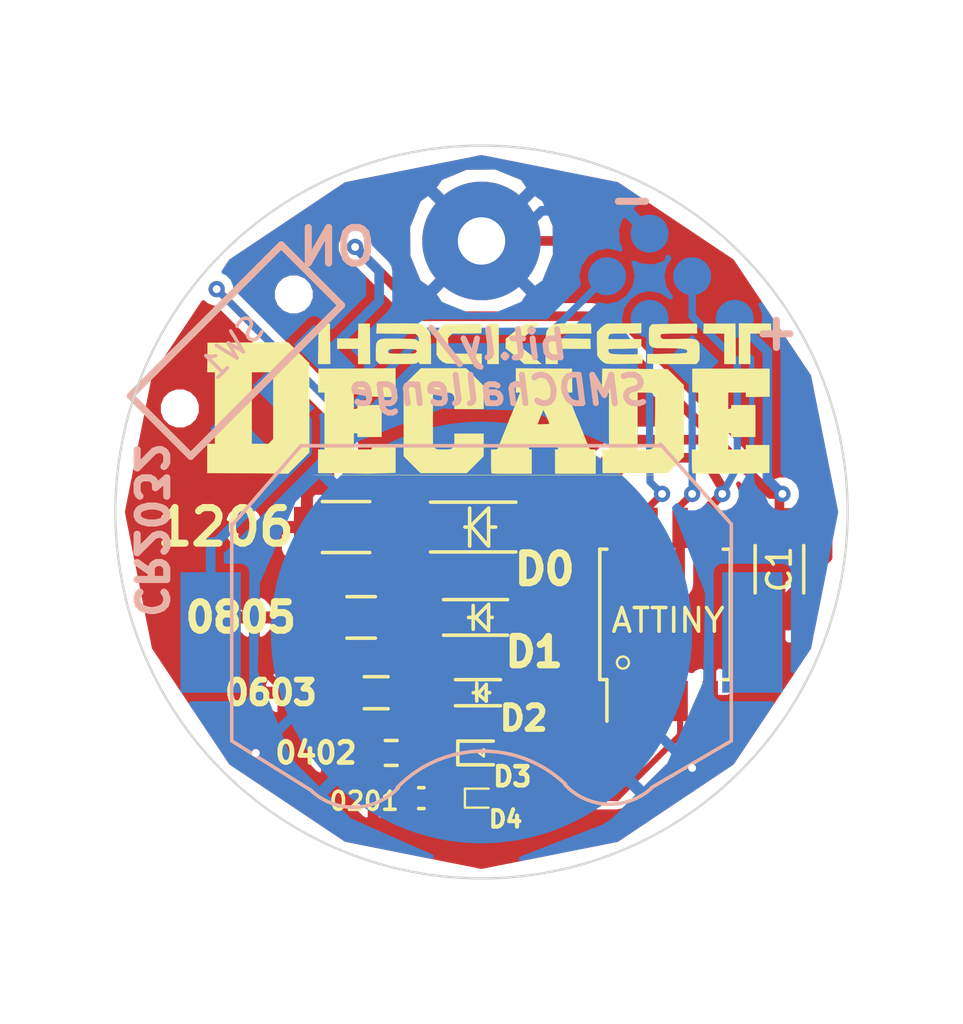
<source format=kicad_pcb>
(kicad_pcb (version 4) (host pcbnew 4.0.7)

  (general
    (links 38)
    (no_connects 1)
    (area 192.779782 75.939782 223.780218 106.940218)
    (thickness 1.6)
    (drawings 14)
    (tracks 145)
    (zones 0)
    (modules 27)
    (nets 16)
  )

  (page USLetter)
  (layers
    (0 F.Cu signal)
    (31 B.Cu signal)
    (34 B.Paste user)
    (35 F.Paste user)
    (36 B.SilkS user)
    (37 F.SilkS user)
    (38 B.Mask user)
    (39 F.Mask user)
    (40 Dwgs.User user)
    (44 Edge.Cuts user)
  )

  (setup
    (last_trace_width 0.1524)
    (user_trace_width 0.254)
    (user_trace_width 0.3048)
    (user_trace_width 0.4064)
    (user_trace_width 0.6096)
    (user_trace_width 2.032)
    (trace_clearance 0.1524)
    (zone_clearance 0.35)
    (zone_45_only no)
    (trace_min 0.1524)
    (segment_width 0.254)
    (edge_width 0.1)
    (via_size 0.6858)
    (via_drill 0.3302)
    (via_min_size 0.6858)
    (via_min_drill 0.3302)
    (user_via 1 0.5)
    (uvia_size 0.762)
    (uvia_drill 0.508)
    (uvias_allowed no)
    (uvia_min_size 0.508)
    (uvia_min_drill 0.127)
    (pcb_text_width 0.3)
    (pcb_text_size 1.5 1.5)
    (mod_edge_width 0.15)
    (mod_text_size 1 1)
    (mod_text_width 0.15)
    (pad_size 1.6 1.6)
    (pad_drill 0)
    (pad_to_mask_clearance 0)
    (aux_axis_origin 0 0)
    (grid_origin 210.82 95.25)
    (visible_elements 7FFFFFFF)
    (pcbplotparams
      (layerselection 0x010f0_80000001)
      (usegerberextensions true)
      (excludeedgelayer true)
      (linewidth 0.100000)
      (plotframeref false)
      (viasonmask false)
      (mode 1)
      (useauxorigin false)
      (hpglpennumber 1)
      (hpglpenspeed 20)
      (hpglpendiameter 15)
      (hpglpenoverlay 2)
      (psnegative false)
      (psa4output false)
      (plotreference true)
      (plotvalue true)
      (plotinvisibletext false)
      (padsonsilk false)
      (subtractmaskfromsilk false)
      (outputformat 1)
      (mirror false)
      (drillshape 0)
      (scaleselection 1)
      (outputdirectory gerbers/))
  )

  (net 0 "")
  (net 1 GND)
  (net 2 +BATT)
  (net 3 "Net-(CON1-Pad1)")
  (net 4 "Net-(CON1-Pad3)")
  (net 5 "Net-(CON1-Pad4)")
  (net 6 "Net-(CON1-Pad5)")
  (net 7 "Net-(D1-Pad1)")
  (net 8 "Net-(D2-Pad1)")
  (net 9 "Net-(D3-Pad1)")
  (net 10 "Net-(D0-Pad1)")
  (net 11 "Net-(D3-Pad2)")
  (net 12 "Net-(D4-Pad2)")
  (net 13 "Net-(D4-Pad1)")
  (net 14 "Net-(BT1-Pad1)")
  (net 15 "Net-(SW1-Pad1)")

  (net_class Default "This is the default net class."
    (clearance 0.1524)
    (trace_width 0.1524)
    (via_dia 0.6858)
    (via_drill 0.3302)
    (uvia_dia 0.762)
    (uvia_drill 0.508)
    (add_net +BATT)
    (add_net GND)
    (add_net "Net-(BT1-Pad1)")
    (add_net "Net-(CON1-Pad1)")
    (add_net "Net-(CON1-Pad3)")
    (add_net "Net-(CON1-Pad4)")
    (add_net "Net-(CON1-Pad5)")
    (add_net "Net-(D0-Pad1)")
    (add_net "Net-(D1-Pad1)")
    (add_net "Net-(D2-Pad1)")
    (add_net "Net-(D3-Pad1)")
    (add_net "Net-(D3-Pad2)")
    (add_net "Net-(D4-Pad1)")
    (add_net "Net-(D4-Pad2)")
    (add_net "Net-(SW1-Pad1)")
  )

  (module LED_0201 (layer F.Cu) (tedit 5B8CBE79) (tstamp 5A2CB0D7)
    (at 208.28 103.505)
    (descr "Resistor SMD 0201, reflow soldering, Vishay (see crcw0201e3.pdf)")
    (tags "resistor 0201")
    (path /58DDCAFF)
    (attr smd)
    (fp_text reference D4 (at 1.016 0.889) (layer F.SilkS)
      (effects (font (size 0.7 0.7) (thickness 0.175)))
    )
    (fp_text value LED (at 0 1.7) (layer F.Fab)
      (effects (font (size 1 1) (thickness 0.15)))
    )
    (fp_line (start 0.3 0.4) (end -0.7 0.4) (layer F.SilkS) (width 0.1))
    (fp_line (start -0.7 0.4) (end -0.7 -0.4) (layer F.SilkS) (width 0.1))
    (fp_line (start -0.7 -0.4) (end 0.3 -0.4) (layer F.SilkS) (width 0.1))
    (fp_line (start -0.325 0.175) (end -0.325 -0.175) (layer F.CrtYd) (width 0.05))
    (fp_line (start -0.325 0.175) (end 0.325 0.175) (layer F.CrtYd) (width 0.05))
    (fp_line (start 0.325 0.175) (end 0.325 -0.175) (layer F.CrtYd) (width 0.05))
    (fp_line (start -0.325 -0.175) (end 0.325 -0.175) (layer F.CrtYd) (width 0.05))
    (pad 1 smd rect (at -0.3 0) (size 0.4 0.4) (layers F.Cu F.Paste F.Mask)
      (net 13 "Net-(D4-Pad1)"))
    (pad 2 smd rect (at 0.3 0) (size 0.4 0.4) (layers F.Cu F.Paste F.Mask)
      (net 12 "Net-(D4-Pad2)"))
    (model Resistors_SMD.3dshapes/R_0201.wrl
      (at (xyz 0 0 0))
      (scale (xyz 1 1 1))
      (rotate (xyz 0 0 0))
    )
  )

  (module LED_0402 (layer F.Cu) (tedit 5B8CBDF1) (tstamp 5A2CB0C5)
    (at 208.28 101.6)
    (descr "Resistor SMD 0402, reflow soldering, Vishay (see dcrcw.pdf)")
    (tags "resistor 0402")
    (path /58D34030)
    (attr smd)
    (fp_text reference D3 (at 1.3 1) (layer F.SilkS)
      (effects (font (size 0.8 0.8) (thickness 0.2)))
    )
    (fp_text value LED (at 0 1.8) (layer F.Fab)
      (effects (font (size 1 1) (thickness 0.15)))
    )
    (fp_line (start 0.5 0.5) (end -1 0.5) (layer F.SilkS) (width 0.15))
    (fp_line (start -1 0.5) (end -1 -0.5) (layer F.SilkS) (width 0.15))
    (fp_line (start -1 -0.5) (end 0.5 -0.5) (layer F.SilkS) (width 0.15))
    (fp_line (start 0.1 0.15) (end 0.1 -0.15) (layer F.SilkS) (width 0.1))
    (fp_line (start -0.1 0) (end 0.1 0.15) (layer F.SilkS) (width 0.1))
    (fp_line (start -0.1 0) (end 0.1 -0.15) (layer F.SilkS) (width 0.1))
    (fp_line (start -0.95 -0.65) (end 0.95 -0.65) (layer F.CrtYd) (width 0.05))
    (fp_line (start -0.95 0.65) (end 0.95 0.65) (layer F.CrtYd) (width 0.05))
    (fp_line (start -0.95 -0.65) (end -0.95 0.65) (layer F.CrtYd) (width 0.05))
    (fp_line (start 0.95 -0.65) (end 0.95 0.65) (layer F.CrtYd) (width 0.05))
    (pad 1 smd rect (at -0.5 0) (size 0.7 0.6) (layers F.Cu F.Paste F.Mask)
      (net 9 "Net-(D3-Pad1)"))
    (pad 2 smd rect (at 0.5 0) (size 0.7 0.6) (layers F.Cu F.Paste F.Mask)
      (net 11 "Net-(D3-Pad2)"))
    (model Resistors_SMD.3dshapes/R_0402.wrl
      (at (xyz 0 0 0))
      (scale (xyz 1 1 1))
      (rotate (xyz 0 0 0))
    )
  )

  (module footprints:LED-1206 (layer F.Cu) (tedit 5902C0FC) (tstamp 5A2CB088)
    (at 208.28 92.075)
    (descr "LED 1206 smd package")
    (tags "LED1206 SMD")
    (path /58C49927)
    (attr smd)
    (fp_text reference D0 (at 2.667 1.778) (layer F.SilkS)
      (effects (font (size 1.25 1.25) (thickness 0.3125)))
    )
    (fp_text value LED (at 0 2) (layer F.Fab)
      (effects (font (size 1 1) (thickness 0.15)))
    )
    (fp_line (start -0.5 0.7) (end -0.5 0.8) (layer F.SilkS) (width 0.15))
    (fp_line (start -0.5 -0.7) (end -0.5 -0.8) (layer F.SilkS) (width 0.15))
    (fp_line (start 0.3 0) (end 0.6 0) (layer F.SilkS) (width 0.15))
    (fp_line (start 0.3 0.8) (end 0.3 -0.7) (layer F.SilkS) (width 0.15))
    (fp_line (start 0.3 -0.7) (end 0.3 -0.8) (layer F.SilkS) (width 0.15))
    (fp_line (start 0.2 0.7) (end 0.3 0.8) (layer F.SilkS) (width 0.15))
    (fp_line (start 0.2 -0.7) (end 0.3 -0.8) (layer F.SilkS) (width 0.15))
    (fp_line (start -0.7 0) (end -0.5 0) (layer F.SilkS) (width 0.15))
    (fp_line (start -0.5 0.5) (end -0.5 0.7) (layer F.SilkS) (width 0.15))
    (fp_line (start -0.5 -0.5) (end -0.5 -0.7) (layer F.SilkS) (width 0.15))
    (fp_line (start -0.4 0) (end 0.2 0.7) (layer F.SilkS) (width 0.15))
    (fp_line (start 0.2 -0.7) (end -0.4 -0.1) (layer F.SilkS) (width 0.15))
    (fp_line (start -2.15 1.05) (end 1.45 1.05) (layer F.SilkS) (width 0.15))
    (fp_line (start -2.15 -1.05) (end 1.45 -1.05) (layer F.SilkS) (width 0.15))
    (fp_line (start -0.5 -0.5) (end -0.5 0.5) (layer F.SilkS) (width 0.15))
    (fp_line (start 2.5 -1.25) (end -2.5 -1.25) (layer F.CrtYd) (width 0.05))
    (fp_line (start -2.5 -1.25) (end -2.5 1.25) (layer F.CrtYd) (width 0.05))
    (fp_line (start -2.5 1.25) (end 2.5 1.25) (layer F.CrtYd) (width 0.05))
    (fp_line (start 2.5 1.25) (end 2.5 -1.25) (layer F.CrtYd) (width 0.05))
    (pad 2 smd rect (at 1.524 0 180) (size 1.7 1.80086) (layers F.Cu F.Paste F.Mask)
      (net 5 "Net-(CON1-Pad4)"))
    (pad 1 smd rect (at -1.651 0 180) (size 1.7 1.80086) (layers F.Cu F.Paste F.Mask)
      (net 10 "Net-(D0-Pad1)"))
    (model LEDs.3dshapes/LED_1206.wrl
      (at (xyz 0 0 0))
      (scale (xyz 1 1 1))
      (rotate (xyz 0 0 0))
    )
  )

  (module footprints:Pin_Header_Straight_1x01 (layer F.Cu) (tedit 5B88CCD5) (tstamp 5A2CB193)
    (at 208.28 80.01)
    (descr "Through hole pin header")
    (tags "pin header")
    (path /5860AE9A)
    (fp_text reference P5 (at -0.6 -0.5) (layer F.SilkS) hide
      (effects (font (size 0.127 0.127) (thickness 0.03175)))
    )
    (fp_text value CONN_01X01 (at 0 0.9) (layer F.Fab)
      (effects (font (size 0.127 0.127) (thickness 0.03175)))
    )
    (pad 1 thru_hole circle (at 0 0) (size 5 5) (drill 2) (layers *.Cu *.Mask)
      (net 1 GND))
  )

  (module footprints:BATT_CR2032_SMD (layer B.Cu) (tedit 56CFB5D2) (tstamp 5A2CB063)
    (at 208.28 96.52 180)
    (tags battery)
    (path /56CFA61E)
    (fp_text reference BT1 (at 0 -5.08 180) (layer B.SilkS) hide
      (effects (font (size 1.72974 1.08712) (thickness 0.27178)) (justify mirror))
    )
    (fp_text value Battery (at 0 2.54 180) (layer B.SilkS) hide
      (effects (font (size 1.524 1.016) (thickness 0.254)) (justify mirror))
    )
    (fp_line (start -7.1755 -6.5405) (end -10.541 -4.572) (layer B.SilkS) (width 0.15))
    (fp_line (start 7.1755 -6.6675) (end 10.541 -4.572) (layer B.SilkS) (width 0.15))
    (fp_arc (start -5.4229 -4.6355) (end -3.5179 -6.4135) (angle -90) (layer B.SilkS) (width 0.15))
    (fp_arc (start 5.4102 -4.7625) (end 7.1882 -6.6675) (angle -90) (layer B.SilkS) (width 0.15))
    (fp_arc (start -0.0635 -10.033) (end -3.556 -6.4135) (angle -90) (layer B.SilkS) (width 0.15))
    (fp_line (start 7.62 7.874) (end 10.541 4.5085) (layer B.SilkS) (width 0.15))
    (fp_line (start -10.541 4.572) (end -7.5565 7.9375) (layer B.SilkS) (width 0.15))
    (fp_line (start -7.62 7.874) (end 7.62 7.874) (layer B.SilkS) (width 0.15))
    (fp_line (start -10.541 -4.572) (end -10.541 4.572) (layer B.SilkS) (width 0.15))
    (fp_line (start 10.541 -4.572) (end 10.541 4.572) (layer B.SilkS) (width 0.15))
    (fp_circle (center 0 0) (end -10.16 0) (layer Dwgs.User) (width 0.15))
    (pad 2 smd circle (at 0 0 180) (size 17.78 17.78) (layers B.Cu B.Paste B.Mask)
      (net 1 GND))
    (pad 1 smd rect (at -11.43 0 180) (size 2.54 5.08) (layers B.Cu B.Paste B.Mask)
      (net 14 "Net-(BT1-Pad1)"))
    (pad 1 smd rect (at 11.43 0 180) (size 2.54 5.08) (layers B.Cu B.Paste B.Mask)
      (net 14 "Net-(BT1-Pad1)"))
  )

  (module footprints:C_1206_HandSoldering (layer F.Cu) (tedit 5902BDF4) (tstamp 5A2CB074)
    (at 220.853 93.853 90)
    (descr "Capacitor SMD 1206, hand soldering")
    (tags "capacitor 1206")
    (path /553FDF53)
    (attr smd)
    (fp_text reference C1 (at 0 0 90) (layer F.SilkS)
      (effects (font (size 1 1) (thickness 0.15)))
    )
    (fp_text value "0.1 uF" (at 0 2.3 90) (layer F.Fab)
      (effects (font (size 1 1) (thickness 0.15)))
    )
    (fp_line (start -3.3 -1.15) (end 3.3 -1.15) (layer F.CrtYd) (width 0.05))
    (fp_line (start -3.3 1.15) (end 3.3 1.15) (layer F.CrtYd) (width 0.05))
    (fp_line (start -3.3 -1.15) (end -3.3 1.15) (layer F.CrtYd) (width 0.05))
    (fp_line (start 3.3 -1.15) (end 3.3 1.15) (layer F.CrtYd) (width 0.05))
    (fp_line (start 1 -1.025) (end -1 -1.025) (layer F.SilkS) (width 0.15))
    (fp_line (start -1 1.025) (end 1 1.025) (layer F.SilkS) (width 0.15))
    (pad 1 smd rect (at -1.778 0 90) (size 1.6 1.6) (layers F.Cu F.Paste F.Mask)
      (net 1 GND))
    (pad 2 smd rect (at 1.778 0 90) (size 1.6 1.6) (layers F.Cu F.Paste F.Mask)
      (net 2 +BATT))
    (model Capacitors_SMD.3dshapes/C_1206.wrl
      (at (xyz 0 0 0))
      (scale (xyz 1 1 1))
      (rotate (xyz 0 0 0))
    )
  )

  (module footprints:AVR-ISP-6 (layer B.Cu) (tedit 5B8B50E2) (tstamp 5A2CB07F)
    (at 217.17 85.09 45)
    (descr "6-lead dip package, row spacing 7.62 mm (300 mils)")
    (tags "dil dip 2.54 300")
    (path /58609061)
    (fp_text reference CON1 (at 0 2.54 45) (layer B.SilkS) hide
      (effects (font (size 1 1) (thickness 0.15)) (justify mirror))
    )
    (fp_text value AVR-ISP-6 (at 0 3.72 45) (layer B.Fab) hide
      (effects (font (size 1 1) (thickness 0.15)) (justify mirror))
    )
    (pad 1 smd rect (at 0 0 45) (size 1.6 1.6) (layers B.Cu B.Paste B.Mask)
      (net 3 "Net-(CON1-Pad1)"))
    (pad 2 smd circle (at 2.54 0 45) (size 1.6 1.6) (layers B.Cu B.Paste B.Mask)
      (net 2 +BATT))
    (pad 3 smd oval (at 0 -2.54 45) (size 1.6 1.6) (layers B.Cu B.Paste B.Mask)
      (net 4 "Net-(CON1-Pad3)"))
    (pad 4 smd oval (at 2.54 -2.54 45) (size 1.6 1.6) (layers B.Cu B.Paste B.Mask)
      (net 5 "Net-(CON1-Pad4)"))
    (pad 5 smd oval (at 0 -5.08 45) (size 1.6 1.6) (layers B.Cu B.Paste B.Mask)
      (net 6 "Net-(CON1-Pad5)"))
    (pad 6 smd oval (at 2.54 -5.08 45) (size 1.6 1.6) (layers B.Cu B.Paste B.Mask)
      (net 1 GND))
  )

  (module footprints:LED-0805 (layer F.Cu) (tedit 5902C116) (tstamp 5A2CB0A0)
    (at 208.28 95.885)
    (descr "LED 0805 smd package")
    (tags "LED 0805 SMD")
    (path /58D338E3)
    (attr smd)
    (fp_text reference D1 (at 2.2225 1.4605) (layer F.SilkS)
      (effects (font (size 1.2 1.2) (thickness 0.3)))
    )
    (fp_text value LED (at 0 1.75) (layer F.Fab)
      (effects (font (size 1 1) (thickness 0.15)))
    )
    (fp_line (start 0.3 0) (end 0.45 0) (layer F.SilkS) (width 0.15))
    (fp_line (start -0.55 0) (end -0.2 0) (layer F.SilkS) (width 0.15))
    (fp_line (start -0.25 0) (end 0.3 -0.55) (layer F.SilkS) (width 0.15))
    (fp_line (start 0.3 -0.55) (end 0.3 0.55) (layer F.SilkS) (width 0.15))
    (fp_line (start 0.3 0.55) (end -0.25 0) (layer F.SilkS) (width 0.15))
    (fp_line (start -0.35 -0.35) (end -0.35 -0.5) (layer F.SilkS) (width 0.15))
    (fp_line (start -0.35 0.35) (end -0.35 0.5) (layer F.SilkS) (width 0.15))
    (fp_line (start -1.6 0.75) (end 1.1 0.75) (layer F.SilkS) (width 0.15))
    (fp_line (start -1.6 -0.75) (end 1.1 -0.75) (layer F.SilkS) (width 0.15))
    (fp_line (start -0.35 -0.35) (end -0.35 0.35) (layer F.SilkS) (width 0.15))
    (fp_line (start 1.9 -0.95) (end 1.9 0.95) (layer F.CrtYd) (width 0.05))
    (fp_line (start 1.9 0.95) (end -1.9 0.95) (layer F.CrtYd) (width 0.05))
    (fp_line (start -1.9 0.95) (end -1.9 -0.95) (layer F.CrtYd) (width 0.05))
    (fp_line (start -1.9 -0.95) (end 1.9 -0.95) (layer F.CrtYd) (width 0.05))
    (pad 2 smd rect (at 1.143 0 180) (size 1.3 1.19888) (layers F.Cu F.Paste F.Mask)
      (net 3 "Net-(CON1-Pad1)"))
    (pad 1 smd rect (at -1.27 0 180) (size 1.3 1.19888) (layers F.Cu F.Paste F.Mask)
      (net 7 "Net-(D1-Pad1)"))
    (model LEDs.3dshapes/LED-0805.wrl
      (at (xyz 0 0 0))
      (scale (xyz 1 1 1))
      (rotate (xyz 0 0 0))
    )
    (model LEDs.3dshapes/LED_0805.wrl
      (at (xyz 0 0 0))
      (scale (xyz 1 1 1))
      (rotate (xyz 0 0 0))
    )
  )

  (module footprints:LED-0603 (layer F.Cu) (tedit 5902C124) (tstamp 5A2CB0B3)
    (at 208.28 99.06)
    (descr "LED 0603 smd package")
    (tags "LED led 0603 SMD smd SMT smt smdled SMDLED smtled SMTLED")
    (path /58D33940)
    (attr smd)
    (fp_text reference D2 (at 1.778 1.0795) (layer F.SilkS)
      (effects (font (size 1 1) (thickness 0.25)))
    )
    (fp_text value LED (at 0 1.5) (layer F.Fab)
      (effects (font (size 1 1) (thickness 0.15)))
    )
    (fp_line (start 0.2 0) (end 0.35 0) (layer F.SilkS) (width 0.15))
    (fp_line (start -0.35 0) (end -0.15 0) (layer F.SilkS) (width 0.15))
    (fp_line (start -0.1 0) (end 0.2 -0.35) (layer F.SilkS) (width 0.15))
    (fp_line (start 0.2 -0.35) (end 0.2 0.35) (layer F.SilkS) (width 0.15))
    (fp_line (start 0.2 0.35) (end -0.2 0) (layer F.SilkS) (width 0.15))
    (fp_line (start -0.2 0) (end -0.15 0) (layer F.SilkS) (width 0.15))
    (fp_line (start -0.2 -0.4) (end -0.2 0.35) (layer F.SilkS) (width 0.15))
    (fp_line (start -1.1 0.55) (end 0.8 0.55) (layer F.SilkS) (width 0.15))
    (fp_line (start -1.1 -0.55) (end 0.8 -0.55) (layer F.SilkS) (width 0.15))
    (fp_line (start 1.4 -0.75) (end 1.4 0.75) (layer F.CrtYd) (width 0.05))
    (fp_line (start 1.4 0.75) (end -1.4 0.75) (layer F.CrtYd) (width 0.05))
    (fp_line (start -1.4 0.75) (end -1.4 -0.75) (layer F.CrtYd) (width 0.05))
    (fp_line (start -1.4 -0.75) (end 1.4 -0.75) (layer F.CrtYd) (width 0.05))
    (pad 2 smd rect (at 0.889 0 180) (size 1 0.79756) (layers F.Cu F.Paste F.Mask)
      (net 4 "Net-(CON1-Pad3)"))
    (pad 1 smd rect (at -0.889 0 180) (size 1 0.79756) (layers F.Cu F.Paste F.Mask)
      (net 8 "Net-(D2-Pad1)"))
    (model LEDs.3dshapes/LED_0603.wrl
      (at (xyz 0 0 0))
      (scale (xyz 1 1 1))
      (rotate (xyz 0 0 0))
    )
  )

  (module footprints:SOIJ-8_5.3x5.3mm_Pitch1.27mm (layer F.Cu) (tedit 5B8B51AD) (tstamp 5A2CB0E9)
    (at 216.027 95.758 90)
    (descr "8-Lead Plastic Small Outline (SM) - Medium, 5.28 mm Body [SOIC] (see Microchip Packaging Specification 00000049BS.pdf)")
    (tags "SOIC 1.27")
    (path /58C478D3)
    (attr smd)
    (fp_text reference IC1 (at -1.27 2.159 90) (layer F.SilkS) hide
      (effects (font (size 1 1) (thickness 0.15)))
    )
    (fp_text value ATTINY (at -0.254 0.127 180) (layer F.SilkS)
      (effects (font (size 1 1) (thickness 0.15)))
    )
    (fp_circle (center -2.032 -1.778) (end -2.286 -1.778) (layer F.SilkS) (width 0.1))
    (fp_line (start -4.75 -2.95) (end -4.75 2.95) (layer F.CrtYd) (width 0.05))
    (fp_line (start 4.75 -2.95) (end 4.75 2.95) (layer F.CrtYd) (width 0.05))
    (fp_line (start -4.75 -2.95) (end 4.75 -2.95) (layer F.CrtYd) (width 0.05))
    (fp_line (start -4.75 2.95) (end 4.75 2.95) (layer F.CrtYd) (width 0.05))
    (fp_line (start -2.75 -2.755) (end -2.75 -2.455) (layer F.SilkS) (width 0.15))
    (fp_line (start 2.75 -2.755) (end 2.75 -2.455) (layer F.SilkS) (width 0.15))
    (fp_line (start 2.75 2.755) (end 2.75 2.455) (layer F.SilkS) (width 0.15))
    (fp_line (start -2.75 2.755) (end -2.75 2.455) (layer F.SilkS) (width 0.15))
    (fp_line (start -2.75 -2.755) (end 2.75 -2.755) (layer F.SilkS) (width 0.15))
    (fp_line (start -2.75 2.755) (end 2.75 2.755) (layer F.SilkS) (width 0.15))
    (fp_line (start -2.75 -2.455) (end -4.5 -2.455) (layer F.SilkS) (width 0.15))
    (pad 1 smd rect (at -3.65 -1.905 90) (size 1.7 0.65) (layers F.Cu F.Paste F.Mask)
      (net 6 "Net-(CON1-Pad5)"))
    (pad 2 smd rect (at -3.65 -0.635 90) (size 1.7 0.65) (layers F.Cu F.Paste F.Mask)
      (net 11 "Net-(D3-Pad2)"))
    (pad 3 smd rect (at -3.65 0.635 90) (size 1.7 0.65) (layers F.Cu F.Paste F.Mask)
      (net 12 "Net-(D4-Pad2)"))
    (pad 4 smd rect (at -3.65 1.905 90) (size 1.7 0.65) (layers F.Cu F.Paste F.Mask)
      (net 1 GND))
    (pad 5 smd rect (at 3.65 1.905 90) (size 1.7 0.65) (layers F.Cu F.Paste F.Mask)
      (net 5 "Net-(CON1-Pad4)"))
    (pad 6 smd rect (at 3.65 0.635 90) (size 1.7 0.65) (layers F.Cu F.Paste F.Mask)
      (net 3 "Net-(CON1-Pad1)"))
    (pad 7 smd rect (at 3.65 -0.635 90) (size 1.7 0.65) (layers F.Cu F.Paste F.Mask)
      (net 4 "Net-(CON1-Pad3)"))
    (pad 8 smd rect (at 3.65 -1.905 90) (size 1.7 0.65) (layers F.Cu F.Paste F.Mask)
      (net 2 +BATT))
    (model Housings_SOIC.3dshapes/SOIJ-8_5.3x5.3mm_Pitch1.27mm.wrl
      (at (xyz 0 0 0))
      (scale (xyz 1 1 1))
      (rotate (xyz 0 0 0))
    )
  )

  (module footprints:testPad (layer F.Cu) (tedit 5902BD57) (tstamp 5A2CB100)
    (at 212.09 92.075)
    (descr "module 1 pin (ou trou mecanique de percage)")
    (tags DEV)
    (path /5902B2A3)
    (fp_text reference P0 (at -0.0635 0) (layer F.SilkS) hide
      (effects (font (size 0.635 0.635) (thickness 0.127)))
    )
    (fp_text value CONN_01X01 (at 0 0) (layer F.Fab)
      (effects (font (size 0.127 0.127) (thickness 0.03175)))
    )
    (pad 1 smd oval (at 0 0) (size 0.508 0.762) (layers F.Cu F.Paste F.Mask)
      (net 5 "Net-(CON1-Pad4)"))
  )

  (module footprints:testPad (layer F.Cu) (tedit 5902BD57) (tstamp 5A2CB104)
    (at 211.582 95.885)
    (descr "module 1 pin (ou trou mecanique de percage)")
    (tags DEV)
    (path /5902B324)
    (fp_text reference P1 (at -0.0635 0) (layer F.SilkS) hide
      (effects (font (size 0.635 0.635) (thickness 0.127)))
    )
    (fp_text value CONN_01X01 (at 0 0) (layer F.Fab)
      (effects (font (size 0.127 0.127) (thickness 0.03175)))
    )
    (pad 1 smd oval (at 0 0) (size 0.508 0.762) (layers F.Cu F.Paste F.Mask)
      (net 3 "Net-(CON1-Pad1)"))
  )

  (module footprints:testPad (layer F.Cu) (tedit 5902BD57) (tstamp 5A2CB108)
    (at 211.201 99.06)
    (descr "module 1 pin (ou trou mecanique de percage)")
    (tags DEV)
    (path /5902B382)
    (fp_text reference P2 (at -0.0635 0) (layer F.SilkS) hide
      (effects (font (size 0.635 0.635) (thickness 0.127)))
    )
    (fp_text value CONN_01X01 (at 0 0) (layer F.Fab)
      (effects (font (size 0.127 0.127) (thickness 0.03175)))
    )
    (pad 1 smd oval (at 0 0) (size 0.508 0.762) (layers F.Cu F.Paste F.Mask)
      (net 4 "Net-(CON1-Pad3)"))
  )

  (module footprints:testPad (layer F.Cu) (tedit 5902BD57) (tstamp 5A2CB10C)
    (at 210.82 101.6)
    (descr "module 1 pin (ou trou mecanique de percage)")
    (tags DEV)
    (path /5902B3ED)
    (fp_text reference P3 (at -0.0635 0) (layer F.SilkS) hide
      (effects (font (size 0.635 0.635) (thickness 0.127)))
    )
    (fp_text value CONN_01X01 (at 0 0) (layer F.Fab)
      (effects (font (size 0.127 0.127) (thickness 0.03175)))
    )
    (pad 1 smd oval (at 0 0) (size 0.508 0.762) (layers F.Cu F.Paste F.Mask)
      (net 11 "Net-(D3-Pad2)"))
  )

  (module footprints:testPad (layer F.Cu) (tedit 5902BD57) (tstamp 5A2CB110)
    (at 210.566 103.505)
    (descr "module 1 pin (ou trou mecanique de percage)")
    (tags DEV)
    (path /5902B44F)
    (fp_text reference P4 (at -0.0635 0) (layer F.SilkS) hide
      (effects (font (size 0.635 0.635) (thickness 0.127)))
    )
    (fp_text value CONN_01X01 (at 0 0) (layer F.Fab)
      (effects (font (size 0.127 0.127) (thickness 0.03175)))
    )
    (pad 1 smd oval (at 0 0) (size 0.508 0.762) (layers F.Cu F.Paste F.Mask)
      (net 12 "Net-(D4-Pad2)"))
  )

  (module footprints:testPad (layer F.Cu) (tedit 5902BD57) (tstamp 5A2CB114)
    (at 198.247 92.075)
    (descr "module 1 pin (ou trou mecanique de percage)")
    (tags DEV)
    (path /5902AF42)
    (fp_text reference PG0 (at -0.0635 0) (layer F.SilkS) hide
      (effects (font (size 0.635 0.635) (thickness 0.127)))
    )
    (fp_text value CONN_01X01 (at 0 0) (layer F.Fab)
      (effects (font (size 0.127 0.127) (thickness 0.03175)))
    )
    (pad 1 smd oval (at 0 0) (size 0.508 0.762) (layers F.Cu F.Paste F.Mask)
      (net 1 GND))
  )

  (module footprints:testPad (layer F.Cu) (tedit 5902BD57) (tstamp 5A2CB118)
    (at 198.6915 95.885)
    (descr "module 1 pin (ou trou mecanique de percage)")
    (tags DEV)
    (path /5902AFA3)
    (fp_text reference PG1 (at -0.0635 0) (layer F.SilkS) hide
      (effects (font (size 0.635 0.635) (thickness 0.127)))
    )
    (fp_text value CONN_01X01 (at 0 0) (layer F.Fab)
      (effects (font (size 0.127 0.127) (thickness 0.03175)))
    )
    (pad 1 smd oval (at 0 0) (size 0.508 0.762) (layers F.Cu F.Paste F.Mask)
      (net 1 GND))
  )

  (module footprints:testPad (layer F.Cu) (tedit 5902BD57) (tstamp 5A2CB11C)
    (at 199.898 99.06)
    (descr "module 1 pin (ou trou mecanique de percage)")
    (tags DEV)
    (path /5902AFF0)
    (fp_text reference PG2 (at -0.0635 0) (layer F.SilkS) hide
      (effects (font (size 0.635 0.635) (thickness 0.127)))
    )
    (fp_text value CONN_01X01 (at 0 0) (layer F.Fab)
      (effects (font (size 0.127 0.127) (thickness 0.03175)))
    )
    (pad 1 smd oval (at 0 0) (size 0.508 0.762) (layers F.Cu F.Paste F.Mask)
      (net 1 GND))
  )

  (module footprints:testPad (layer F.Cu) (tedit 5902BD57) (tstamp 5A2CB120)
    (at 201.7395 101.6)
    (descr "module 1 pin (ou trou mecanique de percage)")
    (tags DEV)
    (path /5902B040)
    (fp_text reference PG3 (at -0.0635 0) (layer F.SilkS) hide
      (effects (font (size 0.635 0.635) (thickness 0.127)))
    )
    (fp_text value CONN_01X01 (at 0 0) (layer F.Fab)
      (effects (font (size 0.127 0.127) (thickness 0.03175)))
    )
    (pad 1 smd oval (at 0 0) (size 0.508 0.762) (layers F.Cu F.Paste F.Mask)
      (net 1 GND))
  )

  (module footprints:testPad (layer F.Cu) (tedit 5902BD57) (tstamp 5A2CB124)
    (at 203.708 103.505)
    (descr "module 1 pin (ou trou mecanique de percage)")
    (tags DEV)
    (path /5902B093)
    (fp_text reference PG4 (at -0.0635 0) (layer F.SilkS) hide
      (effects (font (size 0.635 0.635) (thickness 0.127)))
    )
    (fp_text value CONN_01X01 (at 0 0) (layer F.Fab)
      (effects (font (size 0.127 0.127) (thickness 0.03175)))
    )
    (pad 1 smd oval (at 0 0) (size 0.508 0.762) (layers F.Cu F.Paste F.Mask)
      (net 1 GND))
  )

  (module footprints:R_1206 (layer F.Cu) (tedit 5902A5E4) (tstamp 5A2CB128)
    (at 202.565 92.075 180)
    (descr "Resistor SMD 1206, reflow soldering, Vishay (see dcrcw.pdf)")
    (tags "resistor 1206")
    (path /56CEB2B5)
    (attr smd)
    (fp_text reference R0 (at 0 0 180) (layer F.SilkS) hide
      (effects (font (size 1.25 1.25) (thickness 0.2)))
    )
    (fp_text value 330 (at 0 2.3 180) (layer F.Fab)
      (effects (font (size 1 1) (thickness 0.15)))
    )
    (fp_line (start -2.2 -1.2) (end 2.2 -1.2) (layer F.CrtYd) (width 0.05))
    (fp_line (start -2.2 1.2) (end 2.2 1.2) (layer F.CrtYd) (width 0.05))
    (fp_line (start -2.2 -1.2) (end -2.2 1.2) (layer F.CrtYd) (width 0.05))
    (fp_line (start 2.2 -1.2) (end 2.2 1.2) (layer F.CrtYd) (width 0.05))
    (fp_line (start 1 1.075) (end -1 1.075) (layer F.SilkS) (width 0.15))
    (fp_line (start -1 -1.075) (end 1 -1.075) (layer F.SilkS) (width 0.15))
    (pad 1 smd rect (at -1.778 0 180) (size 1.1 1.7) (layers F.Cu F.Paste F.Mask)
      (net 10 "Net-(D0-Pad1)"))
    (pad 2 smd rect (at 1.651 0 180) (size 1.1 1.7) (layers F.Cu F.Paste F.Mask)
      (net 1 GND))
    (model Resistors_SMD.3dshapes/R_1206.wrl
      (at (xyz 0 0 0))
      (scale (xyz 1 1 1))
      (rotate (xyz 0 0 0))
    )
  )

  (module footprints:R_0805 (layer F.Cu) (tedit 58DFDC5C) (tstamp 5A2CB133)
    (at 203.2 95.885 180)
    (descr "Resistor SMD 0805, reflow soldering, Vishay (see dcrcw.pdf)")
    (tags "resistor 0805")
    (path /58D3397B)
    (attr smd)
    (fp_text reference R1 (at 0 0 180) (layer F.SilkS) hide
      (effects (font (size 1 1) (thickness 0.15)))
    )
    (fp_text value 330 (at 0 2.1 180) (layer F.Fab)
      (effects (font (size 1 1) (thickness 0.15)))
    )
    (fp_line (start -1.6 -1) (end 1.6 -1) (layer F.CrtYd) (width 0.05))
    (fp_line (start -1.6 1) (end 1.6 1) (layer F.CrtYd) (width 0.05))
    (fp_line (start -1.6 -1) (end -1.6 1) (layer F.CrtYd) (width 0.05))
    (fp_line (start 1.6 -1) (end 1.6 1) (layer F.CrtYd) (width 0.05))
    (fp_line (start 0.6 0.875) (end -0.6 0.875) (layer F.SilkS) (width 0.15))
    (fp_line (start -0.6 -0.875) (end 0.6 -0.875) (layer F.SilkS) (width 0.15))
    (pad 1 smd rect (at -1.143 0 180) (size 0.9 1.3) (layers F.Cu F.Paste F.Mask)
      (net 7 "Net-(D1-Pad1)"))
    (pad 2 smd rect (at 1.143 0 180) (size 0.9 1.3) (layers F.Cu F.Paste F.Mask)
      (net 1 GND))
    (model Resistors_SMD.3dshapes/R_0805.wrl
      (at (xyz 0 0 0))
      (scale (xyz 1 1 1))
      (rotate (xyz 0 0 0))
    )
  )

  (module footprints:R_0603 (layer F.Cu) (tedit 5902A5F6) (tstamp 5A2CB13E)
    (at 203.835 99.06 180)
    (descr "Resistor SMD 0603, reflow soldering, Vishay (see dcrcw.pdf)")
    (tags "resistor 0603")
    (path /58D339BB)
    (attr smd)
    (fp_text reference R2 (at 0 0 180) (layer F.SilkS) hide
      (effects (font (size 1 1) (thickness 0.15)))
    )
    (fp_text value 330 (at 0 1.9 180) (layer F.Fab)
      (effects (font (size 1 1) (thickness 0.15)))
    )
    (fp_line (start -1.3 -0.8) (end 1.3 -0.8) (layer F.CrtYd) (width 0.05))
    (fp_line (start -1.3 0.8) (end 1.3 0.8) (layer F.CrtYd) (width 0.05))
    (fp_line (start -1.3 -0.8) (end -1.3 0.8) (layer F.CrtYd) (width 0.05))
    (fp_line (start 1.3 -0.8) (end 1.3 0.8) (layer F.CrtYd) (width 0.05))
    (fp_line (start 0.5 0.675) (end -0.5 0.675) (layer F.SilkS) (width 0.15))
    (fp_line (start -0.5 -0.675) (end 0.5 -0.675) (layer F.SilkS) (width 0.15))
    (pad 1 smd rect (at -0.889 0 180) (size 0.7 0.9) (layers F.Cu F.Paste F.Mask)
      (net 8 "Net-(D2-Pad1)"))
    (pad 2 smd rect (at 1.016 0 180) (size 0.7 0.9) (layers F.Cu F.Paste F.Mask)
      (net 1 GND))
    (model Resistors_SMD.3dshapes/R_0603.wrl
      (at (xyz 0 0 0))
      (scale (xyz 1 1 1))
      (rotate (xyz 0 0 0))
    )
  )

  (module footprints:R_0402 (layer F.Cu) (tedit 58DFDC4A) (tstamp 5A2CB149)
    (at 204.47 101.6 180)
    (descr "Resistor SMD 0402, reflow soldering, Vishay (see dcrcw.pdf)")
    (tags "resistor 0402")
    (path /58D3406E)
    (attr smd)
    (fp_text reference R3 (at 0 0 180) (layer Dwgs.User) hide
      (effects (font (size 1 1) (thickness 0.15)))
    )
    (fp_text value 330 (at 0 1.8 180) (layer F.Fab)
      (effects (font (size 1 1) (thickness 0.15)))
    )
    (fp_line (start -0.95 -0.65) (end 0.95 -0.65) (layer F.CrtYd) (width 0.05))
    (fp_line (start -0.95 0.65) (end 0.95 0.65) (layer F.CrtYd) (width 0.05))
    (fp_line (start -0.95 -0.65) (end -0.95 0.65) (layer F.CrtYd) (width 0.05))
    (fp_line (start 0.95 -0.65) (end 0.95 0.65) (layer F.CrtYd) (width 0.05))
    (fp_line (start 0.25 -0.525) (end -0.25 -0.525) (layer F.SilkS) (width 0.15))
    (fp_line (start -0.25 0.525) (end 0.25 0.525) (layer F.SilkS) (width 0.15))
    (pad 1 smd rect (at -0.4 0 180) (size 0.6 0.6) (layers F.Cu F.Paste F.Mask)
      (net 9 "Net-(D3-Pad1)"))
    (pad 2 smd rect (at 0.5 0 180) (size 0.6 0.6) (layers F.Cu F.Paste F.Mask)
      (net 1 GND))
    (model Resistors_SMD.3dshapes/R_0402.wrl
      (at (xyz 0 0 0))
      (scale (xyz 1 1 1))
      (rotate (xyz 0 0 0))
    )
  )

  (module footprints:R_0201 (layer F.Cu) (tedit 5A2C7C82) (tstamp 5A2CB154)
    (at 205.74 103.505 180)
    (descr "Resistor SMD 0201, reflow soldering, Vishay (see crcw0201e3.pdf)")
    (tags "resistor 0201")
    (path /58DDCB43)
    (attr smd)
    (fp_text reference R4 (at 1.397 0.762 180) (layer F.SilkS) hide
      (effects (font (size 0.762 0.762) (thickness 0.15)))
    )
    (fp_text value 330 (at 0 1.7 180) (layer F.Fab)
      (effects (font (size 1 1) (thickness 0.15)))
    )
    (fp_line (start 0.35 -0.175) (end 0.35 0.175) (layer F.CrtYd) (width 0.05))
    (fp_line (start -0.325 -0.25) (end 0.325 -0.25) (layer F.CrtYd) (width 0.05))
    (fp_line (start -0.325 0.25) (end 0.325 0.25) (layer F.CrtYd) (width 0.05))
    (fp_line (start -0.35 -0.175) (end -0.35 0.175) (layer F.CrtYd) (width 0.05))
    (fp_line (start 0.115 -0.44) (end -0.115 -0.44) (layer F.SilkS) (width 0.15))
    (fp_line (start -0.115 0.44) (end 0.115 0.44) (layer F.SilkS) (width 0.15))
    (pad 1 smd rect (at -0.4 0 180) (size 0.45 0.43) (layers F.Cu F.Paste F.Mask)
      (net 13 "Net-(D4-Pad1)"))
    (pad 2 smd rect (at 0.4 0 180) (size 0.45 0.43) (layers F.Cu F.Paste F.Mask)
      (net 1 GND))
    (model Resistors_SMD.3dshapes/R_0201.wrl
      (at (xyz 0 0 0))
      (scale (xyz 1 1 1))
      (rotate (xyz 0 0 0))
    )
  )

  (module footprints:SPST_SMD (layer B.Cu) (tedit 5860A656) (tstamp 5B8B4B7D)
    (at 199.898 86.614 45)
    (descr "Through hole pin header")
    (tags "pin header")
    (path /5B8B4F09)
    (fp_text reference SW1 (at 0 -3 45) (layer B.SilkS)
      (effects (font (size 1 1) (thickness 0.15)) (justify mirror))
    )
    (fp_text value SW_SPDT (at 0.1 0 45) (layer B.Fab)
      (effects (font (size 1 1) (thickness 0.15)) (justify mirror))
    )
    (fp_line (start -4.5 -4.6) (end 4.5 -4.6) (layer B.SilkS) (width 0.3048))
    (fp_line (start 4.5 -1) (end 4.5 -4.6) (layer B.SilkS) (width 0.3048))
    (fp_line (start -4.5 -1) (end -4.5 -4.6) (layer B.SilkS) (width 0.3048))
    (fp_line (start -4.5 -1) (end 4.5 -1) (layer B.SilkS) (width 0.3048))
    (fp_text user JS102011SAQN (at 0 -1.700001 45) (layer B.Fab)
      (effects (font (size 0.8 0.8) (thickness 0.1)) (justify mirror))
    )
    (fp_line (start -1.75 -14.45) (end 4.3 -14.45) (layer B.CrtYd) (width 0.05))
    (pad "" np_thru_hole circle (at 3.4 -2.75 45) (size 0.9 0.9) (drill 0.9) (layers *.Cu *.Mask))
    (pad 1 smd rect (at -2.5 0 45) (size 1.2 2.5) (layers B.Cu B.Paste B.Mask)
      (net 15 "Net-(SW1-Pad1)"))
    (pad 2 smd rect (at 0.04 0 45) (size 1.2 2.5) (layers B.Cu B.Paste B.Mask)
      (net 14 "Net-(BT1-Pad1)"))
    (pad 3 smd rect (at 2.5 0 45) (size 1.2 2.5) (layers B.Cu B.Paste B.Mask)
      (net 2 +BATT))
    (pad "" np_thru_hole circle (at -3.4 -2.75 45) (size 0.9 0.9) (drill 0.9) (layers *.Cu *.Mask))
    (model Pin_Headers.3dshapes/Pin_Header_Straight_2x06.wrl
      (at (xyz 0.05 -0.25 0))
      (scale (xyz 1 1 1))
      (rotate (xyz 0 0 90))
    )
  )

  (module footprints:hackfest_decade (layer F.Cu) (tedit 0) (tstamp 5B918721)
    (at 208.661 86.614)
    (fp_text reference G*** (at 0 0) (layer F.SilkS) hide
      (effects (font (thickness 0.3)))
    )
    (fp_text value LOGO (at 0.75 0) (layer F.SilkS) hide
      (effects (font (thickness 0.3)))
    )
    (fp_poly (pts (xy 1.095631 3.265852) (xy 1.938872 3.26602) (xy 2.766275 3.266283) (xy 3.570911 3.26664)
      (xy 4.345846 3.267091) (xy 5.084152 3.267636) (xy 5.778896 3.268275) (xy 6.062579 3.268579)
      (xy 6.419499 3.269007) (xy 6.723662 3.269427) (xy 6.975787 3.26984) (xy 7.176591 3.270244)
      (xy 7.326792 3.270639) (xy 7.427107 3.271024) (xy 7.478253 3.271398) (xy 7.48095 3.271761)
      (xy 7.435913 3.272111) (xy 7.343861 3.272448) (xy 7.205511 3.27277) (xy 7.02158 3.273078)
      (xy 6.792787 3.273371) (xy 6.519849 3.273647) (xy 6.203484 3.273905) (xy 5.844409 3.274146)
      (xy 5.443341 3.274367) (xy 5.000999 3.274569) (xy 4.518099 3.274751) (xy 3.99536 3.274911)
      (xy 3.433499 3.275049) (xy 2.833233 3.275164) (xy 2.195281 3.275256) (xy 1.52036 3.275323)
      (xy 0.809187 3.275364) (xy 0.06248 3.27538) (xy 0 3.27538) (xy -0.749575 3.275367)
      (xy -1.463675 3.275327) (xy -2.141581 3.275262) (xy -2.782577 3.275173) (xy -3.385945 3.275059)
      (xy -3.950967 3.274923) (xy -4.476925 3.274765) (xy -4.963103 3.274585) (xy -5.408782 3.274385)
      (xy -5.813244 3.274165) (xy -6.175773 3.273926) (xy -6.495651 3.273668) (xy -6.77216 3.273394)
      (xy -7.004582 3.273103) (xy -7.1922 3.272796) (xy -7.334296 3.272474) (xy -7.430153 3.272139)
      (xy -7.479054 3.27179) (xy -7.480279 3.271428) (xy -7.433113 3.271055) (xy -7.336837 3.270671)
      (xy -7.190734 3.270276) (xy -6.994087 3.269873) (xy -6.746176 3.269461) (xy -6.446286 3.269041)
      (xy -6.093699 3.268615) (xy -6.062579 3.268579) (xy -5.388702 3.267899) (xy -4.668283 3.267314)
      (xy -3.908252 3.266822) (xy -3.115541 3.266425) (xy -2.297081 3.266122) (xy -1.459803 3.265913)
      (xy -0.610637 3.265798) (xy 0.243485 3.265778) (xy 1.095631 3.265852)) (layer F.SilkS) (width 0.01))
    (fp_poly (pts (xy -8.092109 -1.883964) (xy -7.646737 -1.441429) (xy -7.646737 2.313327) (xy -8.094866 2.760874)
      (xy -8.542994 3.208421) (xy -8.983866 3.202005) (xy -9.104112 3.200503) (xy -9.269903 3.198798)
      (xy -9.47331 3.196955) (xy -9.706402 3.195036) (xy -9.961253 3.193106) (xy -10.229931 3.191227)
      (xy -10.50451 3.189462) (xy -10.688053 3.188375) (xy -11.951368 3.181161) (xy -11.951368 1.95179)
      (xy -11.630526 1.95179) (xy -11.630526 -1.069473) (xy -10.079789 -1.069473) (xy -10.079789 1.95179)
      (xy -9.373518 1.95179) (xy -9.272127 1.852785) (xy -9.170737 1.753779) (xy -9.170737 -0.880455)
      (xy -9.336697 -1.069473) (xy -10.079789 -1.069473) (xy -11.630526 -1.069473) (xy -11.952354 -1.069473)
      (xy -11.938 -2.312737) (xy -10.237741 -2.319617) (xy -8.537482 -2.326498) (xy -8.092109 -1.883964)) (layer F.SilkS) (width 0.01))
    (fp_poly (pts (xy -4.010526 -0.025557) (xy -5.013158 -0.040105) (xy -5.012899 -0.127) (xy -5.012641 -0.213894)
      (xy -5.775158 -0.213894) (xy -5.775158 0.481263) (xy -5.694947 0.481263) (xy -5.638134 0.474638)
      (xy -5.617194 0.443388) (xy -5.614737 0.401053) (xy -5.614737 0.320842) (xy -4.598737 0.320842)
      (xy -4.598737 1.657684) (xy -5.614737 1.657684) (xy -5.614737 1.577474) (xy -5.621362 1.520661)
      (xy -5.652613 1.499721) (xy -5.694947 1.497263) (xy -5.775158 1.497263) (xy -5.775158 2.192421)
      (xy -5.012641 2.192421) (xy -5.012899 2.105527) (xy -5.013158 2.018632) (xy -4.511842 2.011358)
      (xy -4.010526 2.004083) (xy -4.010526 3.173169) (xy -4.592053 3.190729) (xy -4.776743 3.195748)
      (xy -4.955837 3.199595) (xy -5.118006 3.202106) (xy -5.251919 3.203113) (xy -5.346247 3.202448)
      (xy -5.360737 3.202055) (xy -5.434068 3.200278) (xy -5.55261 3.198214) (xy -5.708101 3.19597)
      (xy -5.89228 3.193656) (xy -6.096885 3.191377) (xy -6.313655 3.189243) (xy -6.410158 3.188382)
      (xy -7.272421 3.180944) (xy -7.272421 2.192421) (xy -7.005053 2.192421) (xy -7.005053 -0.213894)
      (xy -7.273601 -0.213894) (xy -7.259053 -1.216526) (xy -5.634789 -1.223417) (xy -4.010526 -1.230309)
      (xy -4.010526 -0.025557)) (layer F.SilkS) (width 0.01))
    (fp_poly (pts (xy 2.252579 -1.223488) (xy 3.435684 -1.216526) (xy 3.442958 -0.71521) (xy 3.450233 -0.213894)
      (xy 3.329989 -0.213894) (xy 3.280443 -0.21497) (xy 3.247103 -0.21315) (xy 3.230528 -0.200867)
      (xy 3.231281 -0.170551) (xy 3.249921 -0.114634) (xy 3.28701 -0.025548) (xy 3.343109 0.104277)
      (xy 3.355753 0.133684) (xy 3.402673 0.244806) (xy 3.444241 0.346405) (xy 3.473764 0.422008)
      (xy 3.48066 0.441158) (xy 3.50197 0.498401) (xy 3.53839 0.591091) (xy 3.584402 0.705341)
      (xy 3.624069 0.802106) (xy 3.725298 1.04917) (xy 3.837291 1.326156) (xy 3.951952 1.612948)
      (xy 4.038409 1.831474) (xy 4.093437 1.972024) (xy 4.133156 2.070675) (xy 4.163105 2.134773)
      (xy 4.188821 2.171663) (xy 4.215839 2.188689) (xy 4.249697 2.193198) (xy 4.295932 2.192535)
      (xy 4.310493 2.192421) (xy 4.438316 2.192421) (xy 4.438316 3.208421) (xy 2.727158 3.208421)
      (xy 2.727158 2.192421) (xy 2.794 2.192421) (xy 2.844079 2.184947) (xy 2.858083 2.15568)
      (xy 2.839098 2.094352) (xy 2.829814 2.073364) (xy 2.798785 2.005263) (xy 2.229813 2.005263)
      (xy 2.06104 2.006164) (xy 1.911106 2.008682) (xy 1.787975 2.012543) (xy 1.699613 2.01747)
      (xy 1.653984 2.023189) (xy 1.64959 2.025316) (xy 1.63556 2.064094) (xy 1.620766 2.118895)
      (xy 1.613958 2.171517) (xy 1.636795 2.19042) (xy 1.670543 2.192421) (xy 1.737895 2.192421)
      (xy 1.737895 3.208421) (xy 0.90014 3.208421) (xy 0.693597 3.207873) (xy 0.504426 3.206318)
      (xy 0.339207 3.203894) (xy 0.204516 3.200738) (xy 0.10693 3.196987) (xy 0.053028 3.192778)
      (xy 0.044561 3.190597) (xy 0.038895 3.159387) (xy 0.033972 3.083474) (xy 0.030099 2.97163)
      (xy 0.027586 2.832622) (xy 0.026737 2.682597) (xy 0.026737 2.192421) (xy 0.160994 2.192421)
      (xy 0.244112 2.188823) (xy 0.289994 2.17396) (xy 0.314629 2.141727) (xy 0.318567 2.132263)
      (xy 0.403826 1.914074) (xy 0.479008 1.725289) (xy 0.54034 1.575364) (xy 0.55067 1.550737)
      (xy 0.588949 1.457577) (xy 0.637682 1.335625) (xy 0.688421 1.206111) (xy 0.70668 1.15878)
      (xy 0.717922 1.129869) (xy 1.978466 1.129869) (xy 2.003223 1.131807) (xy 2.069816 1.131747)
      (xy 2.166652 1.129783) (xy 2.232466 1.127797) (xy 2.341623 1.122463) (xy 2.427288 1.115091)
      (xy 2.477855 1.106854) (xy 2.486526 1.102128) (xy 2.476715 1.070347) (xy 2.450616 1.003927)
      (xy 2.413229 0.914285) (xy 2.369556 0.812838) (xy 2.324597 0.711004) (xy 2.283352 0.6202)
      (xy 2.250822 0.551844) (xy 2.232008 0.517354) (xy 2.229559 0.515424) (xy 2.217404 0.541311)
      (xy 2.190195 0.605077) (xy 2.152742 0.694954) (xy 2.109854 0.799171) (xy 2.066341 0.905961)
      (xy 2.027011 1.003555) (xy 1.996674 1.080183) (xy 1.980139 1.124077) (xy 1.978466 1.129869)
      (xy 0.717922 1.129869) (xy 0.752195 1.041731) (xy 0.795319 0.933505) (xy 0.829406 0.850674)
      (xy 0.840711 0.824569) (xy 0.869604 0.75666) (xy 0.913883 0.648206) (xy 0.969813 0.508601)
      (xy 1.033657 0.347238) (xy 1.10168 0.17351) (xy 1.170146 -0.00319) (xy 1.176638 -0.020052)
      (xy 1.251229 -0.213894) (xy 1.069474 -0.213894) (xy 1.069474 -1.230451) (xy 2.252579 -1.223488)) (layer F.SilkS) (width 0.01))
    (fp_poly (pts (xy 11.777579 -0.040105) (xy 10.774947 -0.025557) (xy 10.774947 -0.213894) (xy 10.026316 -0.213894)
      (xy 10.026316 0.481263) (xy 10.093158 0.481263) (xy 10.140928 0.472631) (xy 10.158404 0.435933)
      (xy 10.16 0.401053) (xy 10.16 0.320842) (xy 11.176 0.320842) (xy 11.176 1.657684)
      (xy 10.16 1.657684) (xy 10.16 1.577474) (xy 10.152806 1.52015) (xy 10.122225 1.499179)
      (xy 10.093158 1.497263) (xy 10.026316 1.497263) (xy 10.026316 2.192421) (xy 10.774947 2.192421)
      (xy 10.774947 2.005263) (xy 11.764211 2.005263) (xy 11.764211 3.173287) (xy 11.318782 3.190854)
      (xy 11.188026 3.194982) (xy 11.023544 3.19854) (xy 10.831304 3.201529) (xy 10.617276 3.203949)
      (xy 10.387432 3.2058) (xy 10.147741 3.207084) (xy 9.904172 3.2078) (xy 9.662695 3.20795)
      (xy 9.429281 3.207533) (xy 9.209899 3.206551) (xy 9.01052 3.205004) (xy 8.837113 3.202892)
      (xy 8.695648 3.200216) (xy 8.592095 3.196977) (xy 8.532424 3.193175) (xy 8.52014 3.190597)
      (xy 8.514474 3.159387) (xy 8.50955 3.083474) (xy 8.505678 2.97163) (xy 8.503165 2.832622)
      (xy 8.502316 2.682597) (xy 8.502316 2.192421) (xy 8.769684 2.192421) (xy 8.769684 -0.210965)
      (xy 8.515684 -0.227263) (xy 8.515684 -1.216526) (xy 11.777579 -1.216526) (xy 11.777579 -0.040105)) (layer F.SilkS) (width 0.01))
    (fp_poly (pts (xy -0.661379 -0.861917) (xy -0.294105 -0.493939) (xy -0.294105 0.481263) (xy -1.524 0.481263)
      (xy -1.524 0.205529) (xy -1.524683 0.080788) (xy -1.528493 -0.002737) (xy -1.538076 -0.057302)
      (xy -1.556075 -0.095165) (xy -1.585135 -0.12858) (xy -1.598989 -0.14205) (xy -1.634113 -0.173229)
      (xy -1.669496 -0.193775) (xy -1.716747 -0.205899) (xy -1.787477 -0.211816) (xy -1.893296 -0.213738)
      (xy -1.975862 -0.213894) (xy -2.112198 -0.212696) (xy -2.206944 -0.207951) (xy -2.271952 -0.197932)
      (xy -2.319073 -0.180912) (xy -2.355399 -0.1586) (xy -2.433053 -0.103306) (xy -2.433053 2.048733)
      (xy -2.358063 2.120577) (xy -2.323104 2.151638) (xy -2.287906 2.172152) (xy -2.240935 2.184303)
      (xy -2.170659 2.190274) (xy -2.065543 2.192247) (xy -1.978526 2.192421) (xy -1.846234 2.191822)
      (xy -1.755879 2.18857) (xy -1.695929 2.180482) (xy -1.65485 2.165373) (xy -1.621108 2.141062)
      (xy -1.598989 2.120577) (xy -1.564516 2.084791) (xy -1.542638 2.048891) (xy -1.530501 2.000145)
      (xy -1.525245 1.925818) (xy -1.524015 1.813176) (xy -1.524 1.786366) (xy -1.524 1.524)
      (xy -0.294105 1.524) (xy -0.294105 2.473901) (xy -0.648727 2.827793) (xy -1.003349 3.181684)
      (xy -2.955164 3.181684) (xy -3.309056 2.827063) (xy -3.662947 2.472441) (xy -3.662947 -0.515884)
      (xy -3.302416 -0.872889) (xy -2.941884 -1.229894) (xy -1.028652 -1.229894) (xy -0.661379 -0.861917)) (layer F.SilkS) (width 0.01))
    (fp_poly (pts (xy 7.472947 -1.197524) (xy 8.154737 -0.52214) (xy 8.154737 2.500667) (xy 7.81347 2.841175)
      (xy 7.472204 3.181684) (xy 4.732421 3.181684) (xy 4.732421 2.8111) (xy 4.731178 2.66333)
      (xy 4.727781 2.52347) (xy 4.722723 2.405929) (xy 4.716501 2.325117) (xy 4.715418 2.316469)
      (xy 4.698416 2.192421) (xy 4.999789 2.192421) (xy 4.999789 -0.213894) (xy 6.202947 -0.213894)
      (xy 6.202947 2.192421) (xy 6.49205 2.192421) (xy 6.620113 2.191828) (xy 6.70653 2.18841)
      (xy 6.763128 2.179708) (xy 6.801732 2.163266) (xy 6.834169 2.136625) (xy 6.85303 2.117399)
      (xy 6.924906 2.042376) (xy 6.941864 0.99301) (xy 6.958821 -0.056356) (xy 6.883356 -0.135125)
      (xy 6.848992 -0.169155) (xy 6.816038 -0.191627) (xy 6.772992 -0.204939) (xy 6.708347 -0.21149)
      (xy 6.6106 -0.213676) (xy 6.505419 -0.213894) (xy 6.202947 -0.213894) (xy 4.999789 -0.213894)
      (xy 4.852147 -0.213894) (xy 4.704504 -0.213895) (xy 4.711778 -0.71521) (xy 4.719053 -1.216526)
      (xy 7.472947 -1.197524)) (layer F.SilkS) (width 0.01))
    (fp_poly (pts (xy -6.77073 -2.265947) (xy -6.76367 -1.417052) (xy -7.273172 -1.417052) (xy -7.266112 -2.265947)
      (xy -7.259053 -3.114842) (xy -6.777789 -3.114842) (xy -6.77073 -2.265947)) (layer F.SilkS) (width 0.01))
    (fp_poly (pts (xy -5.086309 -2.265947) (xy -5.079249 -1.417052) (xy -5.588 -1.417052) (xy -5.588 -2.058737)
      (xy -6.470316 -2.058737) (xy -6.470316 -2.486526) (xy -5.589697 -2.486526) (xy -5.582164 -2.800684)
      (xy -5.574632 -3.114842) (xy -5.093368 -3.114842) (xy -5.086309 -2.265947)) (layer F.SilkS) (width 0.01))
    (fp_poly (pts (xy -3.340131 -3.125591) (xy -3.197054 -3.121824) (xy -3.084691 -3.1146) (xy -2.997352 -3.103244)
      (xy -2.929348 -3.087078) (xy -2.87499 -3.065426) (xy -2.82859 -3.037609) (xy -2.784459 -3.002952)
      (xy -2.750446 -2.972979) (xy -2.680357 -2.907797) (xy -2.625706 -2.848177) (xy -2.584568 -2.786414)
      (xy -2.55502 -2.714803) (xy -2.535138 -2.625638) (xy -2.522999 -2.511216) (xy -2.516678 -2.36383)
      (xy -2.514252 -2.175776) (xy -2.51385 -2.025316) (xy -2.513263 -1.417052) (xy -2.767263 -1.417052)
      (xy -2.885192 -1.417801) (xy -2.959605 -1.421493) (xy -3.000453 -1.4303) (xy -3.017689 -1.446394)
      (xy -3.021263 -1.471945) (xy -3.021263 -1.527881) (xy -3.091711 -1.472467) (xy -3.114448 -1.456301)
      (xy -3.140991 -1.443625) (xy -3.177685 -1.434015) (xy -3.230878 -1.427049) (xy -3.306916 -1.422303)
      (xy -3.412144 -1.419354) (xy -3.552908 -1.417778) (xy -3.735556 -1.417153) (xy -3.92261 -1.417052)
      (xy -4.683061 -1.417052) (xy -4.761215 -1.495206) (xy -4.839368 -1.57336) (xy -4.838974 -1.916312)
      (xy -4.838625 -1.941858) (xy -4.331368 -1.941858) (xy -4.326785 -1.910412) (xy -4.308815 -1.886524)
      (xy -4.271126 -1.869177) (xy -4.207387 -1.857358) (xy -4.111267 -1.850051) (xy -3.976434 -1.846239)
      (xy -3.796556 -1.844909) (xy -3.726352 -1.844842) (xy -3.538807 -1.845374) (xy -3.397556 -1.847325)
      (xy -3.295424 -1.851225) (xy -3.225238 -1.857604) (xy -3.179825 -1.866994) (xy -3.15201 -1.879926)
      (xy -3.142295 -1.888051) (xy -3.112022 -1.934026) (xy -3.109076 -1.961577) (xy -3.128767 -1.99367)
      (xy -3.168078 -2.018105) (xy -3.233178 -2.035816) (xy -3.330237 -2.047737) (xy -3.465426 -2.054804)
      (xy -3.644916 -2.057951) (xy -3.747932 -2.058342) (xy -3.928455 -2.057841) (xy -4.062902 -2.055633)
      (xy -4.158657 -2.051152) (xy -4.223107 -2.043828) (xy -4.263635 -2.033095) (xy -4.287628 -2.018384)
      (xy -4.289353 -2.016722) (xy -4.323342 -1.969137) (xy -4.331368 -1.941858) (xy -4.838625 -1.941858)
      (xy -4.836674 -2.084301) (xy -4.828373 -2.207945) (xy -4.811308 -2.296276) (xy -4.782715 -2.358324)
      (xy -4.739829 -2.403121) (xy -4.679887 -2.439697) (xy -4.678575 -2.440365) (xy -4.645372 -2.454852)
      (xy -4.605319 -2.46592) (xy -4.551565 -2.473917) (xy -4.477259 -2.479189) (xy -4.375551 -2.482083)
      (xy -4.239589 -2.482944) (xy -4.062523 -2.48212) (xy -3.885703 -2.480471) (xy -3.673924 -2.478104)
      (xy -3.508844 -2.475573) (xy -3.383693 -2.472287) (xy -3.2917 -2.467654) (xy -3.226091 -2.461083)
      (xy -3.180097 -2.451983) (xy -3.146945 -2.439763) (xy -3.119864 -2.423831) (xy -3.103651 -2.412199)
      (xy -3.021263 -2.351241) (xy -3.021263 -2.454328) (xy -3.035981 -2.547309) (xy -3.087218 -2.619379)
      (xy -3.090221 -2.622234) (xy -3.159179 -2.687052) (xy -4.814841 -2.702618) (xy -4.799263 -3.114842)
      (xy -4.010526 -3.122927) (xy -3.741178 -3.125466) (xy -3.519609 -3.126579) (xy -3.340131 -3.125591)) (layer F.SilkS) (width 0.01))
    (fp_poly (pts (xy -0.379806 -2.908777) (xy -0.387684 -2.713789) (xy -1.006974 -2.706618) (xy -1.626263 -2.699447)
      (xy -1.796151 -2.505955) (xy -1.787076 -2.239884) (xy -1.782048 -2.117344) (xy -1.774914 -2.035924)
      (xy -1.762534 -1.98328) (xy -1.741767 -1.94707) (xy -1.709473 -1.91495) (xy -1.702983 -1.909328)
      (xy -1.678027 -1.888896) (xy -1.652081 -1.873312) (xy -1.618 -1.861919) (xy -1.568639 -1.854061)
      (xy -1.496853 -1.849082) (xy -1.395497 -1.846324) (xy -1.257427 -1.845132) (xy -1.075496 -1.844848)
      (xy -1.001141 -1.844842) (xy -0.374316 -1.844842) (xy -0.374316 -1.417052) (xy -1.089526 -1.41935)
      (xy -1.283168 -1.420709) (xy -1.461978 -1.423359) (xy -1.618146 -1.427073) (xy -1.743859 -1.431625)
      (xy -1.831304 -1.436788) (xy -1.871752 -1.442034) (xy -2.027158 -1.510218) (xy -2.145298 -1.61153)
      (xy -2.193945 -1.677762) (xy -2.272632 -1.801837) (xy -2.272632 -2.273912) (xy -2.271711 -2.460704)
      (xy -2.267084 -2.603196) (xy -2.255958 -2.710555) (xy -2.235538 -2.791949) (xy -2.203029 -2.856542)
      (xy -2.155636 -2.913502) (xy -2.090565 -2.971996) (xy -2.04962 -3.005413) (xy -1.946923 -3.088105)
      (xy -1.159425 -3.095935) (xy -0.371927 -3.103766) (xy -0.379806 -2.908777)) (layer F.SilkS) (width 0.01))
    (fp_poly (pts (xy 0.347579 -1.417052) (xy -0.133684 -1.417052) (xy -0.133684 -3.101473) (xy 0.347579 -3.101473)
      (xy 0.347579 -1.417052)) (layer F.SilkS) (width 0.01))
    (fp_poly (pts (xy 1.968111 -3.120656) (xy 2.02125 -3.111533) (xy 2.032 -3.102881) (xy 2.012308 -3.079235)
      (xy 1.95709 -3.026772) (xy 1.872129 -2.950623) (xy 1.763212 -2.855924) (xy 1.636122 -2.747808)
      (xy 1.559974 -2.683985) (xy 1.087948 -2.290419) (xy 1.168216 -2.221367) (xy 1.216513 -2.181199)
      (xy 1.297517 -2.115324) (xy 1.401984 -2.031199) (xy 1.520672 -1.936278) (xy 1.593452 -1.878367)
      (xy 1.718986 -1.7782) (xy 1.83837 -1.682077) (xy 1.941494 -1.598199) (xy 2.018251 -1.534768)
      (xy 2.045368 -1.511739) (xy 2.152316 -1.41906) (xy 1.42942 -1.417052) (xy 1.238916 -1.584158)
      (xy 1.123541 -1.683279) (xy 0.991124 -1.793922) (xy 0.866986 -1.894977) (xy 0.846006 -1.911684)
      (xy 0.643601 -2.072105) (xy 0.642643 -2.273987) (xy 0.641684 -2.47587) (xy 1.014998 -2.781987)
      (xy 1.15016 -2.892092) (xy 1.252359 -2.9727) (xy 1.32951 -3.028787) (xy 1.389529 -3.065328)
      (xy 1.440331 -3.0873) (xy 1.489834 -3.099678) (xy 1.529682 -3.105513) (xy 1.650046 -3.117165)
      (xy 1.770948 -3.123532) (xy 1.880823 -3.124676) (xy 1.968111 -3.120656)) (layer F.SilkS) (width 0.01))
    (fp_poly (pts (xy 3.479034 -3.122889) (xy 3.569368 -3.122021) (xy 4.237789 -3.114842) (xy 4.245598 -2.907631)
      (xy 4.253407 -2.700421) (xy 3.603179 -2.700421) (xy 3.379684 -2.699752) (xy 3.203971 -2.697015)
      (xy 3.070358 -2.691117) (xy 2.973164 -2.680963) (xy 2.906705 -2.665458) (xy 2.8653 -2.643508)
      (xy 2.843266 -2.614019) (xy 2.834921 -2.575896) (xy 2.834105 -2.552303) (xy 2.834105 -2.487429)
      (xy 3.522579 -2.480293) (xy 4.211053 -2.473158) (xy 4.218861 -2.265947) (xy 4.22667 -2.058737)
      (xy 2.834105 -2.058737) (xy 2.834105 -1.417052) (xy 2.326105 -1.417052) (xy 2.326692 -2.052052)
      (xy 2.327704 -2.277959) (xy 2.331291 -2.457499) (xy 2.338981 -2.597769) (xy 2.3523 -2.705864)
      (xy 2.372776 -2.788882) (xy 2.401934 -2.853919) (xy 2.441301 -2.908071) (xy 2.492405 -2.958435)
      (xy 2.528247 -2.98889) (xy 2.582752 -3.028993) (xy 2.642525 -3.060747) (xy 2.714124 -3.08499)
      (xy 2.804107 -3.10256) (xy 2.919032 -3.114297) (xy 3.065457 -3.121038) (xy 3.249938 -3.123622)
      (xy 3.479034 -3.122889)) (layer F.SilkS) (width 0.01))
    (fp_poly (pts (xy 6.363368 -2.733842) (xy 6.279816 -2.717131) (xy 6.228452 -2.712114) (xy 6.132987 -2.7077)
      (xy 6.002791 -2.704129) (xy 5.847235 -2.701641) (xy 5.67569 -2.700477) (xy 5.628907 -2.700421)
      (xy 5.439107 -2.700066) (xy 5.295586 -2.698619) (xy 5.191152 -2.695504) (xy 5.118612 -2.690147)
      (xy 5.070775 -2.681972) (xy 5.040447 -2.670405) (xy 5.020437 -2.65487) (xy 5.017302 -2.651526)
      (xy 4.982945 -2.58702) (xy 4.973053 -2.53121) (xy 4.973053 -2.459789) (xy 6.363368 -2.459789)
      (xy 6.363368 -2.093481) (xy 6.118629 -2.076109) (xy 6.004312 -2.070027) (xy 5.852848 -2.064875)
      (xy 5.680562 -2.06106) (xy 5.503778 -2.058991) (xy 5.423471 -2.058737) (xy 5.258881 -2.058561)
      (xy 5.140249 -2.057365) (xy 5.060061 -2.054143) (xy 5.010802 -2.047891) (xy 4.984957 -2.037604)
      (xy 4.97501 -2.022278) (xy 4.973448 -2.000908) (xy 4.973462 -1.998579) (xy 4.977314 -1.947032)
      (xy 4.991809 -1.906293) (xy 5.022524 -1.875104) (xy 5.075038 -1.852209) (xy 5.15493 -1.836352)
      (xy 5.267778 -1.826275) (xy 5.41916 -1.820721) (xy 5.614655 -1.818435) (xy 5.774571 -1.818105)
      (xy 6.419185 -1.818105) (xy 6.411329 -1.624263) (xy 6.403474 -1.430421) (xy 5.653135 -1.423329)
      (xy 5.432977 -1.421375) (xy 5.259544 -1.420437) (xy 5.12609 -1.420932) (xy 5.025869 -1.423279)
      (xy 4.952135 -1.427894) (xy 4.898143 -1.435194) (xy 4.857146 -1.445599) (xy 4.8224 -1.459524)
      (xy 4.788155 -1.47686) (xy 4.702236 -1.536766) (xy 4.61839 -1.617648) (xy 4.589337 -1.653592)
      (xy 4.505158 -1.769701) (xy 4.497104 -2.255114) (xy 4.48905 -2.740526) (xy 4.573238 -2.854559)
      (xy 4.649851 -2.938703) (xy 4.744282 -3.017144) (xy 4.781819 -3.041717) (xy 4.906211 -3.114842)
      (xy 5.634789 -3.123098) (xy 6.363368 -3.131353) (xy 6.363368 -2.733842)) (layer F.SilkS) (width 0.01))
    (fp_poly (pts (xy 8.603026 -3.114255) (xy 8.673742 -3.112805) (xy 8.696158 -3.1107) (xy 8.705837 -3.079851)
      (xy 8.712951 -3.00977) (xy 8.716152 -2.914685) (xy 8.716211 -2.899369) (xy 8.716211 -2.700421)
      (xy 7.972926 -2.700421) (xy 7.732811 -2.699698) (xy 7.542293 -2.697425) (xy 7.397516 -2.69344)
      (xy 7.294622 -2.687585) (xy 7.229754 -2.679699) (xy 7.199054 -2.669624) (xy 7.197558 -2.668337)
      (xy 7.167308 -2.606234) (xy 7.186389 -2.53778) (xy 7.21901 -2.499838) (xy 7.239513 -2.484374)
      (xy 7.266797 -2.472964) (xy 7.307856 -2.465294) (xy 7.36968 -2.461048) (xy 7.459264 -2.459914)
      (xy 7.583598 -2.461576) (xy 7.749676 -2.46572) (xy 7.888333 -2.469745) (xy 8.136199 -2.476405)
      (xy 8.335844 -2.478025) (xy 8.492485 -2.471537) (xy 8.611339 -2.453876) (xy 8.697621 -2.421977)
      (xy 8.756549 -2.372773) (xy 8.793339 -2.3032) (xy 8.813207 -2.210191) (xy 8.82137 -2.09068)
      (xy 8.823045 -1.941603) (xy 8.823058 -1.92042) (xy 8.822566 -1.779487) (xy 8.819799 -1.681108)
      (xy 8.812963 -1.614368) (xy 8.800269 -1.568348) (xy 8.779922 -1.532132) (xy 8.753939 -1.499314)
      (xy 8.68472 -1.417052) (xy 7.656889 -1.417052) (xy 7.387734 -1.417351) (xy 7.167511 -1.418351)
      (xy 6.991681 -1.420212) (xy 6.855706 -1.42309) (xy 6.755047 -1.427143) (xy 6.685165 -1.432531)
      (xy 6.641522 -1.43941) (xy 6.619579 -1.447938) (xy 6.615153 -1.45329) (xy 6.609075 -1.497723)
      (xy 6.607166 -1.577128) (xy 6.609308 -1.6605) (xy 6.617368 -1.831473) (xy 7.440529 -1.844842)
      (xy 7.677282 -1.849031) (xy 7.865948 -1.853294) (xy 8.011912 -1.857972) (xy 8.120559 -1.863404)
      (xy 8.197274 -1.869928) (xy 8.247443 -1.877885) (xy 8.276452 -1.887614) (xy 8.289014 -1.898316)
      (xy 8.310124 -1.945357) (xy 8.305976 -1.984035) (xy 8.272867 -2.015104) (xy 8.207093 -2.03932)
      (xy 8.104951 -2.057436) (xy 7.962735 -2.070208) (xy 7.776744 -2.078391) (xy 7.543272 -2.082738)
      (xy 7.378633 -2.08382) (xy 7.19726 -2.085133) (xy 7.061485 -2.088115) (xy 6.963444 -2.093408)
      (xy 6.895273 -2.10165) (xy 6.849106 -2.113482) (xy 6.81716 -2.12949) (xy 6.764489 -2.167614)
      (xy 6.727919 -2.206678) (xy 6.704529 -2.256958) (xy 6.691396 -2.328729) (xy 6.6856 -2.432266)
      (xy 6.684218 -2.577845) (xy 6.684211 -2.597093) (xy 6.684811 -2.738971) (xy 6.68772 -2.838087)
      (xy 6.694598 -2.905149) (xy 6.707104 -2.950865) (xy 6.726899 -2.985942) (xy 6.74871 -3.013088)
      (xy 6.81321 -3.088105) (xy 7.744658 -3.105594) (xy 7.962844 -3.109337) (xy 8.164011 -3.112108)
      (xy 8.341923 -3.113874) (xy 8.49034 -3.114601) (xy 8.603026 -3.114255)) (layer F.SilkS) (width 0.01))
    (fp_poly (pts (xy 10.347909 -1.417052) (xy 9.865895 -1.417052) (xy 9.865895 -2.700421) (xy 8.98133 -2.700421)
      (xy 8.989138 -2.907631) (xy 8.996947 -3.114842) (xy 10.333789 -3.114842) (xy 10.347909 -1.417052)) (layer F.SilkS) (width 0.01))
    (fp_poly (pts (xy 11.155947 -3.121985) (xy 11.831053 -3.114842) (xy 11.838861 -2.907631) (xy 11.84667 -2.700421)
      (xy 10.962105 -2.700421) (xy 10.962105 -1.417052) (xy 10.480842 -1.417052) (xy 10.480842 -3.129128)
      (xy 11.155947 -3.121985)) (layer F.SilkS) (width 0.01))
  )

  (gr_text - (at 214.63 78.232) (layer B.SilkS)
    (effects (font (size 1.5 1.5) (thickness 0.3)) (justify mirror))
  )
  (gr_text + (at 220.726 83.82) (layer B.SilkS)
    (effects (font (size 1.5 1.5) (thickness 0.3)) (justify mirror))
  )
  (gr_text ON (at 202.184 80.264) (layer B.SilkS)
    (effects (font (size 1.5 1.5) (thickness 0.3)) (justify mirror))
  )
  (gr_line (start 208.28 74.93) (end 208.28 110.49) (angle 90) (layer Dwgs.User) (width 0.127))
  (gr_line (start 190.5 92.71) (end 226.06 92.71) (angle 90) (layer Dwgs.User) (width 0.127))
  (gr_circle (center 208.28 91.44) (end 193.04 88.9) (layer Edge.Cuts) (width 0.1))
  (gr_text "bit.ly/\nSMDChallenge" (at 209.042 85.344) (layer B.SilkS)
    (effects (font (size 1.2 1.2) (thickness 0.25) italic) (justify mirror))
  )
  (gr_text 0201 (at 203.327 103.632) (layer F.SilkS)
    (effects (font (size 0.762 0.762) (thickness 0.15)))
  )
  (gr_text CR2032 (at 194.31 92.202 270) (layer B.SilkS)
    (effects (font (size 1.25 1.25) (thickness 0.3)) (justify mirror))
  )
  (gr_text 0402 (at 201.295 101.6) (layer F.SilkS)
    (effects (font (size 0.889 0.889) (thickness 0.2)))
  )
  (gr_text 0603 (at 199.39 99.06) (layer F.SilkS)
    (effects (font (size 1 1) (thickness 0.25)))
  )
  (gr_text 0805 (at 198.12 95.885) (layer F.SilkS)
    (effects (font (size 1.2 1.2) (thickness 0.3)))
  )
  (gr_text 1206 (at 197.485 92.075) (layer F.SilkS)
    (effects (font (size 1.5 1.5) (thickness 0.3)))
  )
  (gr_line (start 202.32 86.75) (end 219.82 104.25) (angle 90) (layer Dwgs.User) (width 0.1))

  (segment (start 208.28 80.01) (end 209.55 80.01) (width 0.4064) (layer B.Cu) (net 1))
  (segment (start 209.55 80.01) (end 210.82 78.74) (width 0.4064) (layer B.Cu) (net 1) (tstamp 5B8B4D90))
  (segment (start 214.412103 78.74) (end 215.373949 79.701846) (width 0.4064) (layer B.Cu) (net 1) (tstamp 5B8B4D95))
  (segment (start 210.82 78.74) (end 214.412103 78.74) (width 0.4064) (layer B.Cu) (net 1) (tstamp 5B8B4D94))
  (segment (start 220.853 95.631) (end 220.853 95.377) (width 0.4064) (layer F.Cu) (net 1))
  (segment (start 220.853 95.377) (end 222.885 93.345) (width 0.4064) (layer F.Cu) (net 1) (tstamp 5B8B4D78))
  (segment (start 212.09 80.01) (end 208.28 80.01) (width 0.4064) (layer F.Cu) (net 1) (tstamp 5B8B4D8A))
  (segment (start 222.885 90.805) (end 212.09 80.01) (width 0.4064) (layer F.Cu) (net 1) (tstamp 5B8B4D84))
  (segment (start 222.885 93.345) (end 222.885 90.805) (width 0.4064) (layer F.Cu) (net 1) (tstamp 5B8B4D7E))
  (segment (start 208.28 96.52) (end 203.835 96.52) (width 0.4064) (layer B.Cu) (net 1))
  (segment (start 203.835 96.52) (end 198.755 101.6) (width 0.4064) (layer B.Cu) (net 1) (tstamp 5B8B4CDC))
  (segment (start 198.6915 101.5365) (end 198.6915 95.885) (width 0.4064) (layer F.Cu) (net 1) (tstamp 5B8B4CE0))
  (segment (start 198.755 101.6) (end 198.6915 101.5365) (width 0.4064) (layer F.Cu) (net 1) (tstamp 5B8B4CDF))
  (via (at 198.755 101.6) (size 0.6858) (drill 0.3302) (layers F.Cu B.Cu) (net 1))
  (segment (start 208.28 96.52) (end 211.455 96.52) (width 0.4064) (layer B.Cu) (net 1))
  (segment (start 211.455 96.52) (end 217.17 102.235) (width 0.4064) (layer B.Cu) (net 1) (tstamp 5B8B4CD5))
  (via (at 217.17 102.235) (size 0.6858) (drill 0.3302) (layers F.Cu B.Cu) (net 1))
  (segment (start 217.17 102.235) (end 217.932 101.473) (width 0.4064) (layer F.Cu) (net 1) (tstamp 5B8B4CD8))
  (segment (start 217.932 101.473) (end 217.932 99.408) (width 0.4064) (layer F.Cu) (net 1) (tstamp 5B8B4CD9))
  (segment (start 217.932 99.408) (end 219.362 99.408) (width 0.4064) (layer F.Cu) (net 1))
  (segment (start 220.853 97.917) (end 220.853 95.631) (width 0.4064) (layer F.Cu) (net 1) (tstamp 5B8B4CC3))
  (segment (start 219.362 99.408) (end 220.853 97.917) (width 0.4064) (layer F.Cu) (net 1) (tstamp 5B8B4CC2))
  (segment (start 198.6915 95.885) (end 198.6915 95.8215) (width 0.4064) (layer F.Cu) (net 1))
  (segment (start 198.6915 95.8215) (end 198.247 95.377) (width 0.4064) (layer F.Cu) (net 1) (tstamp 5B8B4C61))
  (segment (start 198.247 95.377) (end 198.247 92.075) (width 0.4064) (layer F.Cu) (net 1) (tstamp 5B8B4C62))
  (segment (start 199.898 99.06) (end 199.898 98.933) (width 0.3048) (layer F.Cu) (net 1))
  (segment (start 199.898 98.933) (end 198.6915 97.7265) (width 0.3048) (layer F.Cu) (net 1) (tstamp 5B8B4C59))
  (segment (start 198.6915 97.7265) (end 198.6915 95.885) (width 0.3048) (layer F.Cu) (net 1) (tstamp 5B8B4C5A))
  (segment (start 201.7395 101.6) (end 201.295 101.6) (width 0.3048) (layer F.Cu) (net 1))
  (segment (start 199.898 100.203) (end 199.898 99.06) (width 0.3048) (layer F.Cu) (net 1) (tstamp 5B8B4C55))
  (segment (start 201.295 101.6) (end 199.898 100.203) (width 0.3048) (layer F.Cu) (net 1) (tstamp 5B8B4C54))
  (segment (start 203.708 103.505) (end 203.2 103.505) (width 0.254) (layer F.Cu) (net 1) (status 10))
  (segment (start 201.7395 102.0445) (end 201.7395 101.6) (width 0.254) (layer F.Cu) (net 1) (tstamp 5B8B4C51))
  (segment (start 203.2 103.505) (end 201.7395 102.0445) (width 0.254) (layer F.Cu) (net 1) (tstamp 5B8B4C50))
  (segment (start 203.708 103.505) (end 205.34 103.505) (width 0.254) (layer F.Cu) (net 1) (status 10))
  (segment (start 200.914 92.075) (end 198.247 92.075) (width 0.4064) (layer F.Cu) (net 1))
  (segment (start 202.057 95.885) (end 198.6915 95.885) (width 0.4064) (layer F.Cu) (net 1))
  (segment (start 202.819 99.06) (end 199.898 99.06) (width 0.3048) (layer F.Cu) (net 1))
  (segment (start 203.97 101.6) (end 201.7395 101.6) (width 0.3048) (layer F.Cu) (net 1))
  (segment (start 206.121 83.185) (end 205.867 83.185) (width 0.4064) (layer F.Cu) (net 2))
  (segment (start 206.121 83.185) (end 212.979 83.185) (width 0.4064) (layer F.Cu) (net 2))
  (segment (start 218.186 88.392) (end 212.979 83.185) (width 0.4064) (layer F.Cu) (net 2) (tstamp 5B8B571F))
  (segment (start 203.962 82.55) (end 201.665767 84.846233) (width 0.4064) (layer B.Cu) (net 2) (tstamp 5B8CBDEA))
  (segment (start 203.962 81.28) (end 203.962 82.55) (width 0.4064) (layer B.Cu) (net 2) (tstamp 5B8CBDE9))
  (segment (start 202.946 80.264) (end 203.962 81.28) (width 0.4064) (layer B.Cu) (net 2) (tstamp 5B8CBDE8))
  (via (at 202.946 80.264) (size 0.6858) (drill 0.3302) (layers F.Cu B.Cu) (net 2))
  (segment (start 205.867 83.185) (end 202.946 80.264) (width 0.4064) (layer F.Cu) (net 2) (tstamp 5B8CBDE6))
  (segment (start 201.665767 84.825767) (end 201.665767 84.846233) (width 0.4064) (layer B.Cu) (net 2) (tstamp 5B8CAFB5))
  (segment (start 220.345 89.535) (end 220.345 90.043) (width 0.4064) (layer B.Cu) (net 2))
  (segment (start 220.345 89.535) (end 220.345 84.672898) (width 0.4064) (layer B.Cu) (net 2) (tstamp 5B8B4CC9))
  (segment (start 218.966051 83.293949) (end 220.345 84.672898) (width 0.4064) (layer B.Cu) (net 2) (tstamp 5B8B4CCA))
  (via (at 220.98 90.678) (size 0.6858) (drill 0.3302) (layers F.Cu B.Cu) (net 2))
  (segment (start 220.345 90.043) (end 220.98 90.678) (width 0.4064) (layer B.Cu) (net 2) (tstamp 5B8B5723))
  (segment (start 214.376 88.392) (end 218.186 88.392) (width 0.4064) (layer F.Cu) (net 2))
  (segment (start 208.28 90.805) (end 208.28 90.678) (width 0.4064) (layer F.Cu) (net 2))
  (segment (start 212.09 93.98) (end 208.915 93.98) (width 0.4064) (layer F.Cu) (net 2) (tstamp 5B8B4E7A))
  (segment (start 208.915 93.98) (end 208.28 93.345) (width 0.4064) (layer F.Cu) (net 2) (tstamp 5B8B4E7E))
  (segment (start 208.28 93.345) (end 208.28 90.805) (width 0.4064) (layer F.Cu) (net 2) (tstamp 5B8B4E80))
  (segment (start 212.09 93.98) (end 213.962 92.108) (width 0.4064) (layer F.Cu) (net 2) (tstamp 5B8B4E78))
  (segment (start 212.344 90.424) (end 214.376 88.392) (width 0.4064) (layer F.Cu) (net 2) (tstamp 5B8B544D))
  (segment (start 208.534 90.424) (end 212.344 90.424) (width 0.4064) (layer F.Cu) (net 2) (tstamp 5B8B544C))
  (segment (start 208.28 90.678) (end 208.534 90.424) (width 0.4064) (layer F.Cu) (net 2) (tstamp 5B8B5449))
  (segment (start 218.186 88.392) (end 220.472 90.678) (width 0.4064) (layer F.Cu) (net 2) (tstamp 5B8B5718))
  (segment (start 220.472 90.678) (end 220.98 90.678) (width 0.4064) (layer F.Cu) (net 2) (tstamp 5B8B5719))
  (segment (start 220.853 92.075) (end 220.853 90.805) (width 0.4064) (layer F.Cu) (net 2))
  (segment (start 220.853 90.805) (end 220.98 90.678) (width 0.4064) (layer F.Cu) (net 2) (tstamp 5B8B4CC6))
  (segment (start 214.122 92.108) (end 213.962 92.108) (width 0.4064) (layer F.Cu) (net 2))
  (segment (start 202.184 85.287432) (end 201.323284 84.426716) (width 0.4064) (layer B.Cu) (net 2) (tstamp 5B8B52A3))
  (segment (start 201.266716 84.426716) (end 201.323284 84.426716) (width 0.4064) (layer B.Cu) (net 2) (tstamp 5B8B4DC4))
  (segment (start 216.662 92.108) (end 216.662 91.186) (width 0.3048) (layer F.Cu) (net 3))
  (via (at 217.17 90.678) (size 0.6858) (drill 0.3302) (layers F.Cu B.Cu) (net 3))
  (segment (start 217.17 90.678) (end 217.17 85.09) (width 0.3048) (layer B.Cu) (net 3) (tstamp 5B8B4CA3))
  (segment (start 216.662 91.186) (end 217.17 90.678) (width 0.3048) (layer F.Cu) (net 3) (tstamp 5B8B570C))
  (segment (start 211.582 95.885) (end 215.265 95.885) (width 0.4064) (layer F.Cu) (net 3))
  (segment (start 216.662 94.488) (end 216.662 92.108) (width 0.4064) (layer F.Cu) (net 3) (tstamp 5B8B4C70))
  (segment (start 215.265 95.885) (end 216.662 94.488) (width 0.4064) (layer F.Cu) (net 3) (tstamp 5B8B4C6F))
  (segment (start 209.423 95.885) (end 211.582 95.885) (width 0.4064) (layer F.Cu) (net 3))
  (segment (start 215.392 92.108) (end 215.392 91.186) (width 0.3048) (layer F.Cu) (net 4))
  (segment (start 215.392 89.662) (end 215.373949 89.643949) (width 0.3048) (layer B.Cu) (net 4) (tstamp 5B8B56F3))
  (segment (start 215.392 90.17) (end 215.392 89.662) (width 0.3048) (layer B.Cu) (net 4) (tstamp 5B8B56F2))
  (segment (start 215.9 90.678) (end 215.392 90.17) (width 0.3048) (layer B.Cu) (net 4) (tstamp 5B8B56F1))
  (via (at 215.9 90.678) (size 0.6858) (drill 0.3302) (layers F.Cu B.Cu) (net 4))
  (segment (start 215.392 91.186) (end 215.9 90.678) (width 0.3048) (layer F.Cu) (net 4) (tstamp 5B8B56EF))
  (segment (start 215.373949 89.643949) (end 215.373949 83.293949) (width 0.3048) (layer B.Cu) (net 4) (tstamp 5B8B4CA9))
  (segment (start 208.28 97.155) (end 208.28 95.25) (width 0.3048) (layer F.Cu) (net 4))
  (segment (start 209.169 98.044) (end 208.28 97.155) (width 0.3048) (layer F.Cu) (net 4) (tstamp 5B8B4C73))
  (segment (start 214.63 93.98) (end 215.392 93.218) (width 0.3048) (layer F.Cu) (net 4) (tstamp 5B8B4C77))
  (segment (start 215.392 92.108) (end 215.392 93.218) (width 0.3048) (layer F.Cu) (net 4) (tstamp 5B8B4C78))
  (segment (start 209.169 98.044) (end 209.169 99.06) (width 0.3048) (layer F.Cu) (net 4))
  (segment (start 213.995 94.615) (end 214.63 93.98) (width 0.3048) (layer F.Cu) (net 4) (tstamp 5B8B4EA3))
  (segment (start 211.455 94.615) (end 213.995 94.615) (width 0.3048) (layer F.Cu) (net 4) (tstamp 5B8B4EA2))
  (segment (start 208.915 94.615) (end 211.455 94.615) (width 0.3048) (layer F.Cu) (net 4) (tstamp 5B8B4EA1))
  (segment (start 208.28 95.25) (end 208.915 94.615) (width 0.3048) (layer F.Cu) (net 4) (tstamp 5B8B4EA0))
  (segment (start 209.169 99.06) (end 211.201 99.06) (width 0.3048) (layer F.Cu) (net 4))
  (segment (start 217.932 92.108) (end 217.932 91.186) (width 0.4064) (layer F.Cu) (net 5))
  (segment (start 217.932 91.186) (end 218.44 90.678) (width 0.4064) (layer F.Cu) (net 5) (tstamp 5B8B570F))
  (segment (start 215.392 89.154) (end 214.63 89.154) (width 0.4064) (layer F.Cu) (net 5))
  (segment (start 218.44 90.424) (end 217.678 89.154) (width 0.4064) (layer F.Cu) (net 5) (tstamp 5B8B53EA))
  (segment (start 217.678 89.154) (end 215.392 89.154) (width 0.4064) (layer F.Cu) (net 5) (tstamp 5B8B53EC))
  (segment (start 218.44 90.678) (end 218.44 90.424) (width 0.4064) (layer F.Cu) (net 5))
  (segment (start 212.09 91.694) (end 212.09 92.075) (width 0.4064) (layer F.Cu) (net 5) (tstamp 5B8B541C))
  (segment (start 214.63 89.154) (end 212.09 91.694) (width 0.4064) (layer F.Cu) (net 5) (tstamp 5B8B5419))
  (segment (start 218.44 84.455) (end 219.075 85.09) (width 0.3048) (layer B.Cu) (net 5))
  (segment (start 218.44 84.455) (end 217.17 83.185) (width 0.3048) (layer B.Cu) (net 5) (tstamp 5B8B4CB1))
  (via (at 218.44 90.678) (size 0.6858) (drill 0.3302) (layers F.Cu B.Cu) (net 5))
  (segment (start 217.17 81.497898) (end 217.17 83.185) (width 0.3048) (layer B.Cu) (net 5) (tstamp 5B8B4CB2))
  (segment (start 219.075 89.535) (end 218.44 90.678) (width 0.3048) (layer B.Cu) (net 5) (tstamp 5B8B50FA))
  (segment (start 219.075 87.63) (end 219.075 89.535) (width 0.3048) (layer B.Cu) (net 5) (tstamp 5B8B50F8))
  (segment (start 219.075 85.09) (end 219.075 87.63) (width 0.3048) (layer B.Cu) (net 5) (tstamp 5B8B50F6))
  (segment (start 209.804 92.075) (end 212.09 92.075) (width 0.4064) (layer F.Cu) (net 5))
  (segment (start 202.565 93.98) (end 202.565 87.503) (width 0.3048) (layer F.Cu) (net 6))
  (segment (start 214.122 99.568) (end 213.36 100.33) (width 0.3048) (layer F.Cu) (net 6) (tstamp 5B8B4F19))
  (segment (start 203.2 94.615) (end 202.565 93.98) (width 0.3048) (layer F.Cu) (net 6) (tstamp 5B8B4F27))
  (segment (start 203.2 97.155) (end 203.2 94.615) (width 0.3048) (layer F.Cu) (net 6) (tstamp 5B8B4F25))
  (segment (start 203.835 97.79) (end 203.2 97.155) (width 0.3048) (layer F.Cu) (net 6) (tstamp 5B8B4F23))
  (segment (start 203.835 99.695) (end 203.835 97.79) (width 0.3048) (layer F.Cu) (net 6) (tstamp 5B8B4F22))
  (segment (start 204.47 100.33) (end 203.835 99.695) (width 0.3048) (layer F.Cu) (net 6) (tstamp 5B8B4F20))
  (segment (start 213.36 100.33) (end 204.47 100.33) (width 0.3048) (layer F.Cu) (net 6) (tstamp 5B8B4F1E))
  (segment (start 211.255796 83.82) (end 213.577898 81.497898) (width 0.3048) (layer B.Cu) (net 6) (tstamp 5B8CB041))
  (segment (start 205.994 83.82) (end 211.255796 83.82) (width 0.3048) (layer B.Cu) (net 6) (tstamp 5B8CB036))
  (segment (start 202.946 86.868) (end 205.994 83.82) (width 0.3048) (layer B.Cu) (net 6) (tstamp 5B8CB032))
  (segment (start 201.93 86.868) (end 202.946 86.868) (width 0.3048) (layer B.Cu) (net 6) (tstamp 5B8CB02B))
  (segment (start 197.104 82.042) (end 201.93 86.868) (width 0.3048) (layer B.Cu) (net 6) (tstamp 5B8CB02A))
  (via (at 197.104 82.042) (size 0.6858) (drill 0.3302) (layers F.Cu B.Cu) (net 6))
  (segment (start 202.565 87.503) (end 197.104 82.042) (width 0.3048) (layer F.Cu) (net 6) (tstamp 5B8CB01C))
  (segment (start 214.122 99.408) (end 214.122 99.568) (width 0.3048) (layer F.Cu) (net 6))
  (segment (start 214.122 99.408) (end 214.122 98.933) (width 0.3048) (layer F.Cu) (net 6))
  (segment (start 207.01 95.885) (end 204.343 95.885) (width 0.4064) (layer F.Cu) (net 7))
  (segment (start 207.391 99.06) (end 204.724 99.06) (width 0.3048) (layer F.Cu) (net 8))
  (segment (start 207.78 101.6) (end 204.87 101.6) (width 0.3048) (layer F.Cu) (net 9))
  (segment (start 206.629 92.075) (end 204.343 92.075) (width 0.4064) (layer F.Cu) (net 10))
  (segment (start 210.82 101.6) (end 214.63 101.6) (width 0.3048) (layer F.Cu) (net 11))
  (segment (start 215.392 100.838) (end 215.392 99.408) (width 0.3048) (layer F.Cu) (net 11) (tstamp 5B8B4C6C))
  (segment (start 214.63 101.6) (end 215.392 100.838) (width 0.3048) (layer F.Cu) (net 11) (tstamp 5B8B4C6B))
  (segment (start 208.78 101.6) (end 210.82 101.6) (width 0.3048) (layer F.Cu) (net 11))
  (segment (start 210.566 103.505) (end 213.995 103.505) (width 0.254) (layer F.Cu) (net 12))
  (segment (start 216.662 100.838) (end 216.662 99.408) (width 0.254) (layer F.Cu) (net 12) (tstamp 5B8B4C67))
  (segment (start 213.995 103.505) (end 216.662 100.838) (width 0.254) (layer F.Cu) (net 12) (tstamp 5B8B4C65))
  (segment (start 208.58 103.505) (end 210.566 103.505) (width 0.254) (layer F.Cu) (net 12))
  (segment (start 206.14 103.505) (end 207.98 103.505) (width 0.254) (layer F.Cu) (net 13))
  (segment (start 196.85 92.71) (end 197.104 92.71) (width 0.4064) (layer B.Cu) (net 14))
  (segment (start 196.85 96.52) (end 196.85 92.71) (width 0.4064) (layer B.Cu) (net 14))
  (segment (start 200.914 87.573432) (end 199.926284 86.585716) (width 0.4064) (layer B.Cu) (net 14) (tstamp 5B8CAF1D))
  (segment (start 200.914 88.9) (end 200.914 87.573432) (width 0.4064) (layer B.Cu) (net 14) (tstamp 5B8CAF1C))
  (segment (start 197.104 92.71) (end 200.914 88.9) (width 0.4064) (layer B.Cu) (net 14) (tstamp 5B8CAF19))

  (zone (net 1) (net_name GND) (layer F.Cu) (tstamp 5B8B5330) (hatch edge 0.508)
    (connect_pads (clearance 0.35))
    (min_thickness 0.2)
    (fill yes (arc_segments 16) (thermal_gap 0.508) (thermal_bridge_width 0.508))
    (polygon
      (pts
        (xy 226.06 110.49) (xy 190.5 110.49) (xy 190.5 72.39) (xy 226.06 72.39)
      )
    )
    (filled_polygon
      (pts
        (xy 214.0012 77.627801) (xy 218.8514 80.8686) (xy 222.092199 85.7188) (xy 223.230217 91.44) (xy 222.261 96.31258)
        (xy 222.261 95.937) (xy 222.109 95.785) (xy 221.007 95.785) (xy 221.007 96.887) (xy 221.159 97.039)
        (xy 221.773938 97.039) (xy 221.997404 96.946438) (xy 222.168437 96.775405) (xy 222.169402 96.773076) (xy 222.092199 97.1612)
        (xy 218.8514 102.0114) (xy 214.0012 105.252199) (xy 208.28 106.390217) (xy 202.5588 105.252199) (xy 200.375159 103.793137)
        (xy 202.863219 103.793137) (xy 202.989189 104.104155) (xy 203.224591 104.343291) (xy 203.449189 104.454229) (xy 203.581 104.330549)
        (xy 203.581 103.659) (xy 203.835 103.659) (xy 203.835 104.330549) (xy 203.966811 104.454229) (xy 204.191409 104.343291)
        (xy 204.426811 104.104155) (xy 204.520358 103.873188) (xy 204.599562 104.064404) (xy 204.770595 104.235437) (xy 204.994061 104.328)
        (xy 205.0755 104.328) (xy 205.2275 104.176) (xy 205.2275 103.6125) (xy 204.659 103.6125) (xy 204.515153 103.756347)
        (xy 204.415588 103.659) (xy 203.835 103.659) (xy 203.581 103.659) (xy 203.000412 103.659) (xy 202.863219 103.793137)
        (xy 200.375159 103.793137) (xy 199.512704 103.216863) (xy 202.863219 103.216863) (xy 203.000412 103.351) (xy 203.581 103.351)
        (xy 203.581 102.679451) (xy 203.835 102.679451) (xy 203.835 103.351) (xy 204.415588 103.351) (xy 204.515153 103.253653)
        (xy 204.659 103.3975) (xy 205.2275 103.3975) (xy 205.2275 102.834) (xy 205.0755 102.682) (xy 204.994061 102.682)
        (xy 204.770595 102.774563) (xy 204.599562 102.945596) (xy 204.520358 103.136812) (xy 204.426811 102.905845) (xy 204.191409 102.666709)
        (xy 203.966811 102.555771) (xy 203.835 102.679451) (xy 203.581 102.679451) (xy 203.449189 102.555771) (xy 203.224591 102.666709)
        (xy 202.989189 102.905845) (xy 202.863219 103.216863) (xy 199.512704 103.216863) (xy 197.7086 102.0114) (xy 197.626239 101.888137)
        (xy 200.894719 101.888137) (xy 201.020689 102.199155) (xy 201.256091 102.438291) (xy 201.480689 102.549229) (xy 201.6125 102.425549)
        (xy 201.6125 101.754) (xy 201.8665 101.754) (xy 201.8665 102.425549) (xy 201.998311 102.549229) (xy 202.222909 102.438291)
        (xy 202.458311 102.199155) (xy 202.578666 101.902) (xy 203.062 101.902) (xy 203.062 102.020938) (xy 203.154562 102.244404)
        (xy 203.325595 102.415437) (xy 203.549061 102.508) (xy 203.668 102.508) (xy 203.82 102.356) (xy 203.82 101.75)
        (xy 203.214 101.75) (xy 203.062 101.902) (xy 202.578666 101.902) (xy 202.584281 101.888137) (xy 202.447088 101.754)
        (xy 201.8665 101.754) (xy 201.6125 101.754) (xy 201.031912 101.754) (xy 200.894719 101.888137) (xy 197.626239 101.888137)
        (xy 197.241186 101.311863) (xy 200.894719 101.311863) (xy 201.031912 101.446) (xy 201.6125 101.446) (xy 201.6125 100.774451)
        (xy 201.8665 100.774451) (xy 201.8665 101.446) (xy 202.447088 101.446) (xy 202.584281 101.311863) (xy 202.530494 101.179062)
        (xy 203.062 101.179062) (xy 203.062 101.298) (xy 203.214 101.45) (xy 203.82 101.45) (xy 203.82 100.844)
        (xy 203.668 100.692) (xy 203.549061 100.692) (xy 203.325595 100.784563) (xy 203.154562 100.955596) (xy 203.062 101.179062)
        (xy 202.530494 101.179062) (xy 202.458311 101.000845) (xy 202.222909 100.761709) (xy 201.998311 100.650771) (xy 201.8665 100.774451)
        (xy 201.6125 100.774451) (xy 201.480689 100.650771) (xy 201.256091 100.761709) (xy 201.020689 101.000845) (xy 200.894719 101.311863)
        (xy 197.241186 101.311863) (xy 195.929066 99.348137) (xy 199.053219 99.348137) (xy 199.179189 99.659155) (xy 199.414591 99.898291)
        (xy 199.639189 100.009229) (xy 199.771 99.885549) (xy 199.771 99.214) (xy 200.025 99.214) (xy 200.025 99.885549)
        (xy 200.156811 100.009229) (xy 200.381409 99.898291) (xy 200.616811 99.659155) (xy 200.735546 99.366) (xy 201.861 99.366)
        (xy 201.861 99.630938) (xy 201.953562 99.854404) (xy 202.124595 100.025437) (xy 202.348061 100.118) (xy 202.513 100.118)
        (xy 202.665 99.966) (xy 202.665 99.214) (xy 202.013 99.214) (xy 201.861 99.366) (xy 200.735546 99.366)
        (xy 200.742781 99.348137) (xy 200.605588 99.214) (xy 200.025 99.214) (xy 199.771 99.214) (xy 199.190412 99.214)
        (xy 199.053219 99.348137) (xy 195.929066 99.348137) (xy 195.544012 98.771863) (xy 199.053219 98.771863) (xy 199.190412 98.906)
        (xy 199.771 98.906) (xy 199.771 98.234451) (xy 200.025 98.234451) (xy 200.025 98.906) (xy 200.605588 98.906)
        (xy 200.742781 98.771863) (xy 200.62824 98.489062) (xy 201.861 98.489062) (xy 201.861 98.754) (xy 202.013 98.906)
        (xy 202.665 98.906) (xy 202.665 98.154) (xy 202.513 98.002) (xy 202.348061 98.002) (xy 202.124595 98.094563)
        (xy 201.953562 98.265596) (xy 201.861 98.489062) (xy 200.62824 98.489062) (xy 200.616811 98.460845) (xy 200.381409 98.221709)
        (xy 200.156811 98.110771) (xy 200.025 98.234451) (xy 199.771 98.234451) (xy 199.639189 98.110771) (xy 199.414591 98.221709)
        (xy 199.179189 98.460845) (xy 199.053219 98.771863) (xy 195.544012 98.771863) (xy 194.467801 97.1612) (xy 194.271264 96.173137)
        (xy 197.846719 96.173137) (xy 197.972689 96.484155) (xy 198.208091 96.723291) (xy 198.432689 96.834229) (xy 198.5645 96.710549)
        (xy 198.5645 96.039) (xy 198.8185 96.039) (xy 198.8185 96.710549) (xy 198.950311 96.834229) (xy 199.174909 96.723291)
        (xy 199.410311 96.484155) (xy 199.529046 96.191) (xy 200.999 96.191) (xy 200.999 96.655938) (xy 201.091562 96.879404)
        (xy 201.262595 97.050437) (xy 201.486061 97.143) (xy 201.751 97.143) (xy 201.903 96.991) (xy 201.903 96.039)
        (xy 201.151 96.039) (xy 200.999 96.191) (xy 199.529046 96.191) (xy 199.536281 96.173137) (xy 199.399088 96.039)
        (xy 198.8185 96.039) (xy 198.5645 96.039) (xy 197.983912 96.039) (xy 197.846719 96.173137) (xy 194.271264 96.173137)
        (xy 194.156636 95.596863) (xy 197.846719 95.596863) (xy 197.983912 95.731) (xy 198.5645 95.731) (xy 198.5645 95.059451)
        (xy 198.8185 95.059451) (xy 198.8185 95.731) (xy 199.399088 95.731) (xy 199.536281 95.596863) (xy 199.410311 95.285845)
        (xy 199.241211 95.114062) (xy 200.999 95.114062) (xy 200.999 95.579) (xy 201.151 95.731) (xy 201.903 95.731)
        (xy 201.903 94.779) (xy 201.751 94.627) (xy 201.486061 94.627) (xy 201.262595 94.719563) (xy 201.091562 94.890596)
        (xy 200.999 95.114062) (xy 199.241211 95.114062) (xy 199.174909 95.046709) (xy 198.950311 94.935771) (xy 198.8185 95.059451)
        (xy 198.5645 95.059451) (xy 198.432689 94.935771) (xy 198.208091 95.046709) (xy 197.972689 95.285845) (xy 197.846719 95.596863)
        (xy 194.156636 95.596863) (xy 193.513407 92.363137) (xy 197.402219 92.363137) (xy 197.528189 92.674155) (xy 197.763591 92.913291)
        (xy 197.988189 93.024229) (xy 198.12 92.900549) (xy 198.12 92.229) (xy 198.374 92.229) (xy 198.374 92.900549)
        (xy 198.505811 93.024229) (xy 198.730409 92.913291) (xy 198.965811 92.674155) (xy 199.084546 92.381) (xy 199.756 92.381)
        (xy 199.756 93.045938) (xy 199.848562 93.269404) (xy 200.019595 93.440437) (xy 200.243061 93.533) (xy 200.608 93.533)
        (xy 200.76 93.381) (xy 200.76 92.229) (xy 199.908 92.229) (xy 199.756 92.381) (xy 199.084546 92.381)
        (xy 199.091781 92.363137) (xy 198.954588 92.229) (xy 198.374 92.229) (xy 198.12 92.229) (xy 197.539412 92.229)
        (xy 197.402219 92.363137) (xy 193.513407 92.363137) (xy 193.398779 91.786863) (xy 197.402219 91.786863) (xy 197.539412 91.921)
        (xy 198.12 91.921) (xy 198.12 91.249451) (xy 198.374 91.249451) (xy 198.374 91.921) (xy 198.954588 91.921)
        (xy 199.091781 91.786863) (xy 198.965811 91.475845) (xy 198.730409 91.236709) (xy 198.505811 91.125771) (xy 198.374 91.249451)
        (xy 198.12 91.249451) (xy 197.988189 91.125771) (xy 197.763591 91.236709) (xy 197.528189 91.475845) (xy 197.402219 91.786863)
        (xy 193.398779 91.786863) (xy 193.329783 91.44) (xy 193.396605 91.104062) (xy 199.756 91.104062) (xy 199.756 91.769)
        (xy 199.908 91.921) (xy 200.76 91.921) (xy 200.76 90.769) (xy 200.608 90.617) (xy 200.243061 90.617)
        (xy 200.019595 90.709563) (xy 199.848562 90.880596) (xy 199.756 91.104062) (xy 193.396605 91.104062) (xy 194.162857 87.251855)
        (xy 194.649137 87.251855) (xy 194.785865 87.582762) (xy 195.038818 87.836157) (xy 195.369487 87.973462) (xy 195.727529 87.973775)
        (xy 196.058436 87.837047) (xy 196.311831 87.584094) (xy 196.449136 87.253425) (xy 196.449449 86.895383) (xy 196.312721 86.564476)
        (xy 196.059768 86.311081) (xy 195.729099 86.173776) (xy 195.371057 86.173463) (xy 195.04015 86.310191) (xy 194.786755 86.563144)
        (xy 194.64945 86.893813) (xy 194.649137 87.251855) (xy 194.162857 87.251855) (xy 194.467801 85.7188) (xy 196.547289 82.606626)
        (xy 196.654272 82.713796) (xy 196.94559 82.834762) (xy 197.044927 82.834849) (xy 201.9626 87.752522) (xy 201.9626 90.863758)
        (xy 201.808405 90.709563) (xy 201.584939 90.617) (xy 201.22 90.617) (xy 201.068 90.769) (xy 201.068 91.921)
        (xy 201.088 91.921) (xy 201.088 92.229) (xy 201.068 92.229) (xy 201.068 93.381) (xy 201.22 93.533)
        (xy 201.584939 93.533) (xy 201.808405 93.440437) (xy 201.9626 93.286242) (xy 201.9626 93.98) (xy 202.008455 94.210529)
        (xy 202.139039 94.405961) (xy 202.361539 94.628461) (xy 202.211 94.779) (xy 202.211 95.731) (xy 202.231 95.731)
        (xy 202.231 96.039) (xy 202.211 96.039) (xy 202.211 96.991) (xy 202.363 97.143) (xy 202.5976 97.143)
        (xy 202.5976 97.155) (xy 202.643455 97.385529) (xy 202.774039 97.580961) (xy 203.195078 98.002) (xy 203.125 98.002)
        (xy 202.973 98.154) (xy 202.973 98.906) (xy 202.993 98.906) (xy 202.993 99.214) (xy 202.973 99.214)
        (xy 202.973 99.966) (xy 203.125 100.118) (xy 203.289939 100.118) (xy 203.381672 100.080003) (xy 203.409039 100.120961)
        (xy 204.044039 100.755961) (xy 204.14235 100.82165) (xy 204.12 100.844) (xy 204.12 101.256465) (xy 204.111184 101.3)
        (xy 204.111184 101.9) (xy 204.12 101.946853) (xy 204.12 102.356) (xy 204.272 102.508) (xy 204.390939 102.508)
        (xy 204.614405 102.415437) (xy 204.671026 102.358816) (xy 205.17 102.358816) (xy 205.33676 102.327438) (xy 205.489919 102.228883)
        (xy 205.508014 102.2024) (xy 207.089844 102.2024) (xy 207.101117 102.219919) (xy 207.251495 102.322668) (xy 207.43 102.358816)
        (xy 208.13 102.358816) (xy 208.285507 102.329555) (xy 208.43 102.358816) (xy 209.13 102.358816) (xy 209.29676 102.327438)
        (xy 209.449919 102.228883) (xy 209.468014 102.2024) (xy 210.29635 102.2024) (xy 210.322197 102.241083) (xy 210.550591 102.393691)
        (xy 210.82 102.44728) (xy 211.089409 102.393691) (xy 211.317803 102.241083) (xy 211.34365 102.2024) (xy 214.481598 102.2024)
        (xy 213.755998 102.928) (xy 211.106622 102.928) (xy 211.063803 102.863917) (xy 210.835409 102.711309) (xy 210.566 102.65772)
        (xy 210.296591 102.711309) (xy 210.068197 102.863917) (xy 210.025378 102.928) (xy 209.025342 102.928) (xy 208.958505 102.882332)
        (xy 208.78 102.846184) (xy 208.38 102.846184) (xy 208.276329 102.865691) (xy 208.18 102.846184) (xy 207.78 102.846184)
        (xy 207.61324 102.877562) (xy 207.534857 102.928) (xy 206.632295 102.928) (xy 206.543505 102.867332) (xy 206.365 102.831184)
        (xy 205.966026 102.831184) (xy 205.909405 102.774563) (xy 205.685939 102.682) (xy 205.6045 102.682) (xy 205.4525 102.834)
        (xy 205.4525 103.3975) (xy 205.456184 103.3975) (xy 205.456184 103.6125) (xy 205.4525 103.6125) (xy 205.4525 104.176)
        (xy 205.6045 104.328) (xy 205.685939 104.328) (xy 205.909405 104.235437) (xy 205.966026 104.178816) (xy 206.365 104.178816)
        (xy 206.53176 104.147438) (xy 206.633454 104.082) (xy 207.534658 104.082) (xy 207.601495 104.127668) (xy 207.78 104.163816)
        (xy 208.18 104.163816) (xy 208.283671 104.144309) (xy 208.38 104.163816) (xy 208.78 104.163816) (xy 208.94676 104.132438)
        (xy 209.025143 104.082) (xy 210.025378 104.082) (xy 210.068197 104.146083) (xy 210.296591 104.298691) (xy 210.566 104.35228)
        (xy 210.835409 104.298691) (xy 211.063803 104.146083) (xy 211.106622 104.082) (xy 213.994995 104.082) (xy 213.995 104.082001)
        (xy 214.215808 104.038078) (xy 214.403001 103.913001) (xy 217.069998 101.246003) (xy 217.070001 101.246001) (xy 217.195078 101.058808)
        (xy 217.214948 100.958917) (xy 217.239001 100.838) (xy 217.239 100.837995) (xy 217.239 100.749842) (xy 217.262596 100.773438)
        (xy 217.486062 100.866) (xy 217.626 100.866) (xy 217.778 100.714) (xy 217.778 99.562) (xy 218.086 99.562)
        (xy 218.086 100.714) (xy 218.238 100.866) (xy 218.377938 100.866) (xy 218.601404 100.773438) (xy 218.772437 100.602405)
        (xy 218.865 100.378939) (xy 218.865 99.714) (xy 218.713 99.562) (xy 218.086 99.562) (xy 217.778 99.562)
        (xy 217.758 99.562) (xy 217.758 99.254) (xy 217.778 99.254) (xy 217.778 98.102) (xy 218.086 98.102)
        (xy 218.086 99.254) (xy 218.713 99.254) (xy 218.865 99.102) (xy 218.865 98.437061) (xy 218.772437 98.213595)
        (xy 218.601404 98.042562) (xy 218.377938 97.95) (xy 218.238 97.95) (xy 218.086 98.102) (xy 217.778 98.102)
        (xy 217.626 97.95) (xy 217.486062 97.95) (xy 217.262596 98.042562) (xy 217.168072 98.137086) (xy 217.165505 98.135332)
        (xy 216.987 98.099184) (xy 216.337 98.099184) (xy 216.17024 98.130562) (xy 216.025158 98.22392) (xy 215.895505 98.135332)
        (xy 215.717 98.099184) (xy 215.067 98.099184) (xy 214.90024 98.130562) (xy 214.755158 98.22392) (xy 214.625505 98.135332)
        (xy 214.447 98.099184) (xy 213.797 98.099184) (xy 213.63024 98.130562) (xy 213.477081 98.229117) (xy 213.374332 98.379495)
        (xy 213.338184 98.558) (xy 213.338184 99.499894) (xy 213.110478 99.7276) (xy 211.659118 99.7276) (xy 211.698803 99.701083)
        (xy 211.851411 99.472689) (xy 211.905 99.20328) (xy 211.905 98.91672) (xy 211.851411 98.647311) (xy 211.698803 98.418917)
        (xy 211.470409 98.266309) (xy 211.201 98.21272) (xy 210.931591 98.266309) (xy 210.703197 98.418917) (xy 210.67735 98.4576)
        (xy 210.072719 98.4576) (xy 209.997883 98.341301) (xy 209.847505 98.238552) (xy 209.7714 98.22314) (xy 209.7714 98.044)
        (xy 209.725545 97.813472) (xy 209.725545 97.813471) (xy 209.594961 97.618039) (xy 208.920178 96.943256) (xy 210.073 96.943256)
        (xy 210.23976 96.911878) (xy 210.392919 96.813323) (xy 210.495668 96.662945) (xy 210.520929 96.5382) (xy 211.102331 96.5382)
        (xy 211.312591 96.678691) (xy 211.582 96.73228) (xy 211.851409 96.678691) (xy 212.061669 96.5382) (xy 215.265 96.5382)
        (xy 215.514969 96.488478) (xy 215.726882 96.346882) (xy 216.136764 95.937) (xy 219.445 95.937) (xy 219.445 96.551939)
        (xy 219.537563 96.775405) (xy 219.708596 96.946438) (xy 219.932062 97.039) (xy 220.547 97.039) (xy 220.699 96.887)
        (xy 220.699 95.785) (xy 219.597 95.785) (xy 219.445 95.937) (xy 216.136764 95.937) (xy 217.123882 94.949882)
        (xy 217.265478 94.737969) (xy 217.271029 94.710061) (xy 219.445 94.710061) (xy 219.445 95.325) (xy 219.597 95.477)
        (xy 220.699 95.477) (xy 220.699 94.375) (xy 221.007 94.375) (xy 221.007 95.477) (xy 222.109 95.477)
        (xy 222.261 95.325) (xy 222.261 94.710061) (xy 222.168437 94.486595) (xy 221.997404 94.315562) (xy 221.773938 94.223)
        (xy 221.159 94.223) (xy 221.007 94.375) (xy 220.699 94.375) (xy 220.547 94.223) (xy 219.932062 94.223)
        (xy 219.708596 94.315562) (xy 219.537563 94.486595) (xy 219.445 94.710061) (xy 217.271029 94.710061) (xy 217.3152 94.488)
        (xy 217.3152 93.303257) (xy 217.428495 93.380668) (xy 217.607 93.416816) (xy 218.257 93.416816) (xy 218.42376 93.385438)
        (xy 218.576919 93.286883) (xy 218.679668 93.136505) (xy 218.715816 92.958) (xy 218.715816 91.421955) (xy 218.888555 91.35058)
        (xy 219.111796 91.127728) (xy 219.232762 90.83641) (xy 219.233038 90.520974) (xy 219.121663 90.251427) (xy 219.783749 90.913513)
        (xy 219.733081 90.946117) (xy 219.630332 91.096495) (xy 219.594184 91.275) (xy 219.594184 92.875) (xy 219.625562 93.04176)
        (xy 219.724117 93.194919) (xy 219.874495 93.297668) (xy 220.053 93.333816) (xy 221.653 93.333816) (xy 221.81976 93.302438)
        (xy 221.972919 93.203883) (xy 222.075668 93.053505) (xy 222.111816 92.875) (xy 222.111816 91.275) (xy 222.080438 91.10824)
        (xy 221.981883 90.955081) (xy 221.831505 90.852332) (xy 221.77122 90.840124) (xy 221.772762 90.83641) (xy 221.773038 90.520974)
        (xy 221.65258 90.229445) (xy 221.429728 90.006204) (xy 221.13841 89.885238) (xy 220.822974 89.884962) (xy 220.667123 89.949359)
        (xy 213.440882 82.723118) (xy 213.228969 82.581522) (xy 212.979 82.5318) (xy 210.105611 82.5318) (xy 210.301587 82.249376)
        (xy 208.28 80.227789) (xy 206.258413 82.249376) (xy 206.454389 82.5318) (xy 206.137564 82.5318) (xy 203.739015 80.133251)
        (xy 203.739038 80.106974) (xy 203.61858 79.815445) (xy 203.395728 79.592204) (xy 203.10441 79.471238) (xy 202.788974 79.470962)
        (xy 202.497445 79.59142) (xy 202.274204 79.814272) (xy 202.153238 80.10559) (xy 202.152962 80.421026) (xy 202.27342 80.712555)
        (xy 202.496272 80.935796) (xy 202.78759 81.056762) (xy 202.815022 81.056786) (xy 205.405118 83.646882) (xy 205.617031 83.788478)
        (xy 205.867 83.8382) (xy 212.708436 83.8382) (xy 216.609036 87.7388) (xy 214.376 87.7388) (xy 214.126031 87.788522)
        (xy 213.914118 87.930118) (xy 212.073436 89.7708) (xy 208.534 89.7708) (xy 208.284031 89.820522) (xy 208.072118 89.962118)
        (xy 207.818118 90.216118) (xy 207.676522 90.428031) (xy 207.6268 90.678) (xy 207.6268 90.745684) (xy 207.479 90.715754)
        (xy 205.779 90.715754) (xy 205.61224 90.747132) (xy 205.459081 90.845687) (xy 205.356332 90.996065) (xy 205.331662 91.11789)
        (xy 205.320438 91.05824) (xy 205.221883 90.905081) (xy 205.071505 90.802332) (xy 204.893 90.766184) (xy 203.793 90.766184)
        (xy 203.62624 90.797562) (xy 203.473081 90.896117) (xy 203.370332 91.046495) (xy 203.334184 91.225) (xy 203.334184 92.925)
        (xy 203.365562 93.09176) (xy 203.464117 93.244919) (xy 203.614495 93.347668) (xy 203.793 93.383816) (xy 204.893 93.383816)
        (xy 205.05976 93.352438) (xy 205.212919 93.253883) (xy 205.315668 93.103505) (xy 205.330501 93.030259) (xy 205.351562 93.14219)
        (xy 205.450117 93.295349) (xy 205.600495 93.398098) (xy 205.779 93.434246) (xy 207.479 93.434246) (xy 207.638579 93.404219)
        (xy 207.676522 93.594969) (xy 207.818118 93.806882) (xy 208.344657 94.333421) (xy 207.854039 94.824039) (xy 207.829321 94.861032)
        (xy 207.66 94.826744) (xy 206.36 94.826744) (xy 206.19324 94.858122) (xy 206.040081 94.956677) (xy 205.937332 95.107055)
        (xy 205.912071 95.2318) (xy 205.251214 95.2318) (xy 205.220438 95.06824) (xy 205.121883 94.915081) (xy 204.971505 94.812332)
        (xy 204.793 94.776184) (xy 203.893 94.776184) (xy 203.8024 94.793232) (xy 203.8024 94.615) (xy 203.767965 94.441882)
        (xy 203.756545 94.384471) (xy 203.625961 94.189039) (xy 203.1674 93.730478) (xy 203.1674 87.503) (xy 203.121545 87.272472)
        (xy 202.990961 87.077039) (xy 198.357451 82.443529) (xy 199.457463 82.443529) (xy 199.594191 82.774436) (xy 199.847144 83.027831)
        (xy 200.177813 83.165136) (xy 200.535855 83.165449) (xy 200.866762 83.028721) (xy 201.120157 82.775768) (xy 201.257462 82.445099)
        (xy 201.257775 82.087057) (xy 201.121047 81.75615) (xy 200.868094 81.502755) (xy 200.537425 81.36545) (xy 200.179383 81.365137)
        (xy 199.848476 81.501865) (xy 199.595081 81.754818) (xy 199.457776 82.085487) (xy 199.457463 82.443529) (xy 198.357451 82.443529)
        (xy 197.896952 81.98303) (xy 197.897038 81.884974) (xy 197.77658 81.593445) (xy 197.553728 81.370204) (xy 197.412596 81.311601)
        (xy 197.7086 80.8686) (xy 199.875301 79.420857) (xy 205.166357 79.420857) (xy 205.177913 80.657242) (xy 205.628825 81.745837)
        (xy 206.040624 82.031587) (xy 208.062211 80.01) (xy 208.497789 80.01) (xy 210.519376 82.031587) (xy 210.931175 81.745837)
        (xy 211.393643 80.599143) (xy 211.382087 79.362758) (xy 210.931175 78.274163) (xy 210.519376 77.988413) (xy 208.497789 80.01)
        (xy 208.062211 80.01) (xy 206.040624 77.988413) (xy 205.628825 78.274163) (xy 205.166357 79.420857) (xy 199.875301 79.420857)
        (xy 202.34505 77.770624) (xy 206.258413 77.770624) (xy 208.28 79.792211) (xy 210.301587 77.770624) (xy 210.015837 77.358825)
        (xy 208.869143 76.896357) (xy 207.632758 76.907913) (xy 206.544163 77.358825) (xy 206.258413 77.770624) (xy 202.34505 77.770624)
        (xy 202.5588 77.627801) (xy 208.28 76.489783)
      )
    )
  )
  (zone (net 1) (net_name GND) (layer B.Cu) (tstamp 5B8B533F) (hatch edge 0.508)
    (connect_pads (clearance 0.35))
    (min_thickness 0.2)
    (fill yes (arc_segments 16) (thermal_gap 0.508) (thermal_bridge_width 0.508))
    (polygon
      (pts
        (xy 228.6 113.03) (xy 187.96 113.03) (xy 187.96 69.85) (xy 228.6 69.85)
      )
    )
    (filled_polygon
      (pts
        (xy 216.195438 80.741127) (xy 215.997835 81.03686) (xy 215.902685 81.515214) (xy 215.997835 81.993568) (xy 216.25602 82.379969)
        (xy 215.869619 82.121784) (xy 215.391265 82.026634) (xy 214.912911 82.121784) (xy 214.507381 82.39275) (xy 214.47275 82.427382)
        (xy 214.201784 82.832911) (xy 214.106634 83.311265) (xy 214.201784 83.789619) (xy 214.47275 84.195148) (xy 214.771549 84.394799)
        (xy 214.771549 89.531306) (xy 213.846849 88.595889) (xy 210.390672 87.068735) (xy 206.613164 86.980451) (xy 203.089417 88.344476)
        (xy 202.713151 88.595889) (xy 201.649578 89.671789) (xy 208.28 96.302211) (xy 208.294142 96.288069) (xy 208.511931 96.505858)
        (xy 208.497789 96.52) (xy 215.128211 103.150422) (xy 216.204111 102.086849) (xy 217.731265 98.630672) (xy 217.819549 94.853164)
        (xy 216.455524 91.329417) (xy 216.421206 91.278056) (xy 216.53513 91.16433) (xy 216.720272 91.349796) (xy 217.01159 91.470762)
        (xy 217.327026 91.471038) (xy 217.618555 91.35058) (xy 217.80513 91.16433) (xy 217.990272 91.349796) (xy 218.28159 91.470762)
        (xy 218.597026 91.471038) (xy 218.888555 91.35058) (xy 219.111796 91.127728) (xy 219.232762 90.83641) (xy 219.233038 90.520974)
        (xy 219.225923 90.503755) (xy 219.601592 89.827551) (xy 219.612225 89.794443) (xy 219.631545 89.765528) (xy 219.647873 89.683443)
        (xy 219.673462 89.603764) (xy 219.670616 89.569107) (xy 219.6774 89.535) (xy 219.6774 85.09) (xy 219.637438 84.8891)
        (xy 219.6918 84.943462) (xy 219.6918 90.043) (xy 219.741522 90.292969) (xy 219.883118 90.504882) (xy 220.186985 90.808749)
        (xy 220.186962 90.835026) (xy 220.30742 91.126555) (xy 220.530272 91.349796) (xy 220.82159 91.470762) (xy 221.137026 91.471038)
        (xy 221.428555 91.35058) (xy 221.651796 91.127728) (xy 221.772762 90.83641) (xy 221.773038 90.520974) (xy 221.65258 90.229445)
        (xy 221.429728 90.006204) (xy 221.13841 89.885238) (xy 221.110978 89.885214) (xy 220.9982 89.772436) (xy 220.9982 84.672898)
        (xy 220.948478 84.422929) (xy 220.806882 84.211016) (xy 220.193451 83.597585) (xy 220.215834 83.54368) (xy 220.216268 83.046399)
        (xy 220.069956 82.692298) (xy 222.092199 85.7188) (xy 223.230217 91.44) (xy 222.092199 97.1612) (xy 221.438816 98.139057)
        (xy 221.438816 93.98) (xy 221.407438 93.81324) (xy 221.308883 93.660081) (xy 221.158505 93.557332) (xy 220.98 93.521184)
        (xy 218.44 93.521184) (xy 218.27324 93.552562) (xy 218.120081 93.651117) (xy 218.017332 93.801495) (xy 217.981184 93.98)
        (xy 217.981184 99.06) (xy 218.012562 99.22676) (xy 218.111117 99.379919) (xy 218.261495 99.482668) (xy 218.44 99.518816)
        (xy 220.516891 99.518816) (xy 218.8514 102.0114) (xy 214.0012 105.252199) (xy 209.951547 106.057726) (xy 213.470583 104.695524)
        (xy 213.846849 104.444111) (xy 214.910422 103.368211) (xy 208.28 96.737789) (xy 201.649578 103.368211) (xy 202.713151 104.444111)
        (xy 206.165677 105.969652) (xy 202.5588 105.252199) (xy 197.7086 102.0114) (xy 196.043109 99.518816) (xy 198.12 99.518816)
        (xy 198.28676 99.487438) (xy 198.439919 99.388883) (xy 198.542668 99.238505) (xy 198.578816 99.06) (xy 198.578816 98.186836)
        (xy 198.740451 98.186836) (xy 200.104476 101.710583) (xy 200.355889 102.086849) (xy 201.431789 103.150422) (xy 208.062211 96.52)
        (xy 201.431789 89.889578) (xy 200.355889 90.953151) (xy 198.828735 94.409328) (xy 198.740451 98.186836) (xy 198.578816 98.186836)
        (xy 198.578816 93.98) (xy 198.547438 93.81324) (xy 198.448883 93.660081) (xy 198.298505 93.557332) (xy 198.12 93.521184)
        (xy 197.5032 93.521184) (xy 197.5032 93.213765) (xy 197.565882 93.171882) (xy 201.375882 89.361882) (xy 201.427232 89.285031)
        (xy 201.517478 89.149969) (xy 201.5672 88.9) (xy 201.5672 87.573432) (xy 201.532027 87.396604) (xy 201.558864 87.369767)
        (xy 201.57724 87.342873) (xy 201.699471 87.424545) (xy 201.93 87.4704) (xy 202.946 87.4704) (xy 203.176529 87.424545)
        (xy 203.371961 87.293961) (xy 206.243522 84.4224) (xy 211.255796 84.4224) (xy 211.486325 84.376545) (xy 211.681757 84.245961)
        (xy 213.22855 82.699168) (xy 213.560582 82.765213) (xy 214.038936 82.670063) (xy 214.444465 82.399097) (xy 214.479097 82.364466)
        (xy 214.750063 81.958936) (xy 214.845213 81.480582) (xy 214.750063 81.002228) (xy 214.706751 80.937407) (xy 215.002905 81.06009)
        (xy 215.550927 81.098692) (xy 216.072004 80.924637) (xy 216.147215 80.692904)
      )
    )
    (filled_polygon
      (pts
        (xy 214.0012 77.627801) (xy 215.07545 78.345592) (xy 214.675894 78.479055) (xy 214.600682 78.71079) (xy 215.373949 79.484057)
        (xy 215.388091 79.469915) (xy 215.60588 79.687704) (xy 215.591738 79.701846) (xy 215.60588 79.715988) (xy 215.388091 79.933777)
        (xy 215.373949 79.919635) (xy 215.359807 79.933777) (xy 215.142018 79.715988) (xy 215.15616 79.701846) (xy 214.382893 78.928579)
        (xy 214.151158 79.003791) (xy 213.977103 79.524868) (xy 214.015705 80.07289) (xy 214.138389 80.369045) (xy 214.073568 80.325733)
        (xy 213.595214 80.230583) (xy 213.11686 80.325733) (xy 212.71133 80.596699) (xy 212.676699 80.631331) (xy 212.405733 81.03686)
        (xy 212.310583 81.515214) (xy 212.376628 81.847246) (xy 211.006274 83.2176) (xy 205.994 83.2176) (xy 205.763471 83.263455)
        (xy 205.568039 83.394039) (xy 202.696478 86.2656) (xy 202.663031 86.2656) (xy 203.298347 85.630284) (xy 203.394076 85.490179)
        (xy 203.432687 85.31219) (xy 203.399008 85.133203) (xy 203.298347 84.98142) (xy 202.876346 84.559419) (xy 204.423882 83.011882)
        (xy 204.565478 82.799969) (xy 204.6152 82.55) (xy 204.6152 82.249376) (xy 206.258413 82.249376) (xy 206.544163 82.661175)
        (xy 207.690857 83.123643) (xy 208.927242 83.112087) (xy 210.015837 82.661175) (xy 210.301587 82.249376) (xy 208.28 80.227789)
        (xy 206.258413 82.249376) (xy 204.6152 82.249376) (xy 204.6152 81.28) (xy 204.565478 81.030031) (xy 204.423882 80.818118)
        (xy 203.739015 80.133251) (xy 203.739038 80.106974) (xy 203.61858 79.815445) (xy 203.395728 79.592204) (xy 203.10441 79.471238)
        (xy 202.788974 79.470962) (xy 202.497445 79.59142) (xy 202.274204 79.814272) (xy 202.153238 80.10559) (xy 202.152962 80.421026)
        (xy 202.27342 80.712555) (xy 202.496272 80.935796) (xy 202.78759 81.056762) (xy 202.815022 81.056786) (xy 203.3088 81.550564)
        (xy 203.3088 82.279436) (xy 201.952582 83.635655) (xy 201.53058 83.213653) (xy 201.390475 83.117924) (xy 201.212486 83.079313)
        (xy 201.033499 83.112992) (xy 200.881716 83.213653) (xy 200.033187 84.062182) (xy 200.010016 84.096094) (xy 198.357451 82.443529)
        (xy 199.457463 82.443529) (xy 199.594191 82.774436) (xy 199.847144 83.027831) (xy 200.177813 83.165136) (xy 200.535855 83.165449)
        (xy 200.866762 83.028721) (xy 201.120157 82.775768) (xy 201.257462 82.445099) (xy 201.257775 82.087057) (xy 201.121047 81.75615)
        (xy 200.868094 81.502755) (xy 200.537425 81.36545) (xy 200.179383 81.365137) (xy 199.848476 81.501865) (xy 199.595081 81.754818)
        (xy 199.457776 82.085487) (xy 199.457463 82.443529) (xy 198.357451 82.443529) (xy 197.896952 81.98303) (xy 197.897038 81.884974)
        (xy 197.77658 81.593445) (xy 197.553728 81.370204) (xy 197.412596 81.311601) (xy 197.7086 80.8686) (xy 199.875301 79.420857)
        (xy 205.166357 79.420857) (xy 205.177913 80.657242) (xy 205.628825 81.745837) (xy 206.040624 82.031587) (xy 208.062211 80.01)
        (xy 208.497789 80.01) (xy 210.519376 82.031587) (xy 210.931175 81.745837) (xy 211.393643 80.599143) (xy 211.382087 79.362758)
        (xy 210.931175 78.274163) (xy 210.519376 77.988413) (xy 208.497789 80.01) (xy 208.062211 80.01) (xy 206.040624 77.988413)
        (xy 205.628825 78.274163) (xy 205.166357 79.420857) (xy 199.875301 79.420857) (xy 202.34505 77.770624) (xy 206.258413 77.770624)
        (xy 208.28 79.792211) (xy 210.301587 77.770624) (xy 210.015837 77.358825) (xy 208.869143 76.896357) (xy 207.632758 76.907913)
        (xy 206.544163 77.358825) (xy 206.258413 77.770624) (xy 202.34505 77.770624) (xy 202.5588 77.627801) (xy 208.28 76.489783)
      )
    )
  )
)

</source>
